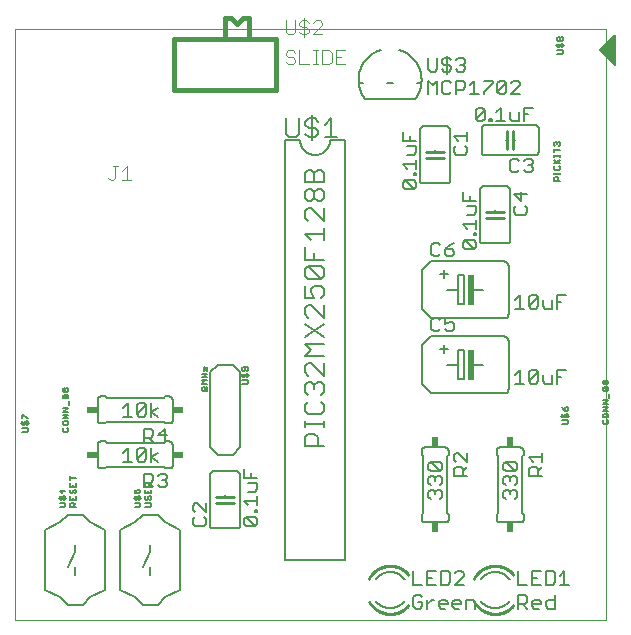
<source format=gto>
G75*
%MOIN*%
%OFA0B0*%
%FSLAX25Y25*%
%IPPOS*%
%LPD*%
%AMOC8*
5,1,8,0,0,1.08239X$1,22.5*
%
%ADD10C,0.00000*%
%ADD11C,0.00600*%
%ADD12C,0.01000*%
%ADD13C,0.00500*%
%ADD14R,0.02000X0.10000*%
%ADD15C,0.00400*%
%ADD16R,0.02400X0.03400*%
%ADD17R,0.03400X0.02400*%
%ADD18C,0.00700*%
%ADD19C,0.01600*%
%ADD20C,0.00800*%
D10*
X0006800Y0006800D02*
X0006800Y0203650D01*
X0203650Y0203650D01*
X0203650Y0006800D01*
X0006800Y0006800D01*
D11*
X0035300Y0057300D02*
X0036800Y0057300D01*
X0037300Y0057800D01*
X0056300Y0057800D01*
X0056800Y0057300D01*
X0058300Y0057300D01*
X0058360Y0057302D01*
X0058421Y0057307D01*
X0058480Y0057316D01*
X0058539Y0057329D01*
X0058598Y0057345D01*
X0058655Y0057365D01*
X0058710Y0057388D01*
X0058765Y0057415D01*
X0058817Y0057444D01*
X0058868Y0057477D01*
X0058917Y0057513D01*
X0058963Y0057551D01*
X0059007Y0057593D01*
X0059049Y0057637D01*
X0059087Y0057683D01*
X0059123Y0057732D01*
X0059156Y0057783D01*
X0059185Y0057835D01*
X0059212Y0057890D01*
X0059235Y0057945D01*
X0059255Y0058002D01*
X0059271Y0058061D01*
X0059284Y0058120D01*
X0059293Y0058179D01*
X0059298Y0058240D01*
X0059300Y0058300D01*
X0059300Y0065300D01*
X0059298Y0065360D01*
X0059293Y0065421D01*
X0059284Y0065480D01*
X0059271Y0065539D01*
X0059255Y0065598D01*
X0059235Y0065655D01*
X0059212Y0065710D01*
X0059185Y0065765D01*
X0059156Y0065817D01*
X0059123Y0065868D01*
X0059087Y0065917D01*
X0059049Y0065963D01*
X0059007Y0066007D01*
X0058963Y0066049D01*
X0058917Y0066087D01*
X0058868Y0066123D01*
X0058817Y0066156D01*
X0058765Y0066185D01*
X0058710Y0066212D01*
X0058655Y0066235D01*
X0058598Y0066255D01*
X0058539Y0066271D01*
X0058480Y0066284D01*
X0058421Y0066293D01*
X0058360Y0066298D01*
X0058300Y0066300D01*
X0056800Y0066300D01*
X0056300Y0065800D01*
X0037300Y0065800D01*
X0036800Y0066300D01*
X0035300Y0066300D01*
X0035240Y0066298D01*
X0035179Y0066293D01*
X0035120Y0066284D01*
X0035061Y0066271D01*
X0035002Y0066255D01*
X0034945Y0066235D01*
X0034890Y0066212D01*
X0034835Y0066185D01*
X0034783Y0066156D01*
X0034732Y0066123D01*
X0034683Y0066087D01*
X0034637Y0066049D01*
X0034593Y0066007D01*
X0034551Y0065963D01*
X0034513Y0065917D01*
X0034477Y0065868D01*
X0034444Y0065817D01*
X0034415Y0065765D01*
X0034388Y0065710D01*
X0034365Y0065655D01*
X0034345Y0065598D01*
X0034329Y0065539D01*
X0034316Y0065480D01*
X0034307Y0065421D01*
X0034302Y0065360D01*
X0034300Y0065300D01*
X0034300Y0058300D01*
X0034302Y0058240D01*
X0034307Y0058179D01*
X0034316Y0058120D01*
X0034329Y0058061D01*
X0034345Y0058002D01*
X0034365Y0057945D01*
X0034388Y0057890D01*
X0034415Y0057835D01*
X0034444Y0057783D01*
X0034477Y0057732D01*
X0034513Y0057683D01*
X0034551Y0057637D01*
X0034593Y0057593D01*
X0034637Y0057551D01*
X0034683Y0057513D01*
X0034732Y0057477D01*
X0034783Y0057444D01*
X0034835Y0057415D01*
X0034890Y0057388D01*
X0034945Y0057365D01*
X0035002Y0057345D01*
X0035061Y0057329D01*
X0035120Y0057316D01*
X0035179Y0057307D01*
X0035240Y0057302D01*
X0035300Y0057300D01*
X0035300Y0072300D02*
X0036800Y0072300D01*
X0037300Y0072800D01*
X0056300Y0072800D01*
X0056800Y0072300D01*
X0058300Y0072300D01*
X0058360Y0072302D01*
X0058421Y0072307D01*
X0058480Y0072316D01*
X0058539Y0072329D01*
X0058598Y0072345D01*
X0058655Y0072365D01*
X0058710Y0072388D01*
X0058765Y0072415D01*
X0058817Y0072444D01*
X0058868Y0072477D01*
X0058917Y0072513D01*
X0058963Y0072551D01*
X0059007Y0072593D01*
X0059049Y0072637D01*
X0059087Y0072683D01*
X0059123Y0072732D01*
X0059156Y0072783D01*
X0059185Y0072835D01*
X0059212Y0072890D01*
X0059235Y0072945D01*
X0059255Y0073002D01*
X0059271Y0073061D01*
X0059284Y0073120D01*
X0059293Y0073179D01*
X0059298Y0073240D01*
X0059300Y0073300D01*
X0059300Y0080300D01*
X0059298Y0080360D01*
X0059293Y0080421D01*
X0059284Y0080480D01*
X0059271Y0080539D01*
X0059255Y0080598D01*
X0059235Y0080655D01*
X0059212Y0080710D01*
X0059185Y0080765D01*
X0059156Y0080817D01*
X0059123Y0080868D01*
X0059087Y0080917D01*
X0059049Y0080963D01*
X0059007Y0081007D01*
X0058963Y0081049D01*
X0058917Y0081087D01*
X0058868Y0081123D01*
X0058817Y0081156D01*
X0058765Y0081185D01*
X0058710Y0081212D01*
X0058655Y0081235D01*
X0058598Y0081255D01*
X0058539Y0081271D01*
X0058480Y0081284D01*
X0058421Y0081293D01*
X0058360Y0081298D01*
X0058300Y0081300D01*
X0056800Y0081300D01*
X0056300Y0080800D01*
X0037300Y0080800D01*
X0036800Y0081300D01*
X0035300Y0081300D01*
X0035240Y0081298D01*
X0035179Y0081293D01*
X0035120Y0081284D01*
X0035061Y0081271D01*
X0035002Y0081255D01*
X0034945Y0081235D01*
X0034890Y0081212D01*
X0034835Y0081185D01*
X0034783Y0081156D01*
X0034732Y0081123D01*
X0034683Y0081087D01*
X0034637Y0081049D01*
X0034593Y0081007D01*
X0034551Y0080963D01*
X0034513Y0080917D01*
X0034477Y0080868D01*
X0034444Y0080817D01*
X0034415Y0080765D01*
X0034388Y0080710D01*
X0034365Y0080655D01*
X0034345Y0080598D01*
X0034329Y0080539D01*
X0034316Y0080480D01*
X0034307Y0080421D01*
X0034302Y0080360D01*
X0034300Y0080300D01*
X0034300Y0073300D01*
X0034302Y0073240D01*
X0034307Y0073179D01*
X0034316Y0073120D01*
X0034329Y0073061D01*
X0034345Y0073002D01*
X0034365Y0072945D01*
X0034388Y0072890D01*
X0034415Y0072835D01*
X0034444Y0072783D01*
X0034477Y0072732D01*
X0034513Y0072683D01*
X0034551Y0072637D01*
X0034593Y0072593D01*
X0034637Y0072551D01*
X0034683Y0072513D01*
X0034732Y0072477D01*
X0034783Y0072444D01*
X0034835Y0072415D01*
X0034890Y0072388D01*
X0034945Y0072365D01*
X0035002Y0072345D01*
X0035061Y0072329D01*
X0035120Y0072316D01*
X0035179Y0072307D01*
X0035240Y0072302D01*
X0035300Y0072300D01*
X0071800Y0055300D02*
X0071800Y0038300D01*
X0071802Y0038240D01*
X0071807Y0038179D01*
X0071816Y0038120D01*
X0071829Y0038061D01*
X0071845Y0038002D01*
X0071865Y0037945D01*
X0071888Y0037890D01*
X0071915Y0037835D01*
X0071944Y0037783D01*
X0071977Y0037732D01*
X0072013Y0037683D01*
X0072051Y0037637D01*
X0072093Y0037593D01*
X0072137Y0037551D01*
X0072183Y0037513D01*
X0072232Y0037477D01*
X0072283Y0037444D01*
X0072335Y0037415D01*
X0072390Y0037388D01*
X0072445Y0037365D01*
X0072502Y0037345D01*
X0072561Y0037329D01*
X0072620Y0037316D01*
X0072679Y0037307D01*
X0072740Y0037302D01*
X0072800Y0037300D01*
X0080800Y0037300D01*
X0080860Y0037302D01*
X0080921Y0037307D01*
X0080980Y0037316D01*
X0081039Y0037329D01*
X0081098Y0037345D01*
X0081155Y0037365D01*
X0081210Y0037388D01*
X0081265Y0037415D01*
X0081317Y0037444D01*
X0081368Y0037477D01*
X0081417Y0037513D01*
X0081463Y0037551D01*
X0081507Y0037593D01*
X0081549Y0037637D01*
X0081587Y0037683D01*
X0081623Y0037732D01*
X0081656Y0037783D01*
X0081685Y0037835D01*
X0081712Y0037890D01*
X0081735Y0037945D01*
X0081755Y0038002D01*
X0081771Y0038061D01*
X0081784Y0038120D01*
X0081793Y0038179D01*
X0081798Y0038240D01*
X0081800Y0038300D01*
X0081800Y0055300D01*
X0081798Y0055360D01*
X0081793Y0055421D01*
X0081784Y0055480D01*
X0081771Y0055539D01*
X0081755Y0055598D01*
X0081735Y0055655D01*
X0081712Y0055710D01*
X0081685Y0055765D01*
X0081656Y0055817D01*
X0081623Y0055868D01*
X0081587Y0055917D01*
X0081549Y0055963D01*
X0081507Y0056007D01*
X0081463Y0056049D01*
X0081417Y0056087D01*
X0081368Y0056123D01*
X0081317Y0056156D01*
X0081265Y0056185D01*
X0081210Y0056212D01*
X0081155Y0056235D01*
X0081098Y0056255D01*
X0081039Y0056271D01*
X0080980Y0056284D01*
X0080921Y0056293D01*
X0080860Y0056298D01*
X0080800Y0056300D01*
X0072800Y0056300D01*
X0072740Y0056298D01*
X0072679Y0056293D01*
X0072620Y0056284D01*
X0072561Y0056271D01*
X0072502Y0056255D01*
X0072445Y0056235D01*
X0072390Y0056212D01*
X0072335Y0056185D01*
X0072283Y0056156D01*
X0072232Y0056123D01*
X0072183Y0056087D01*
X0072137Y0056049D01*
X0072093Y0056007D01*
X0072051Y0055963D01*
X0072013Y0055917D01*
X0071977Y0055868D01*
X0071944Y0055817D01*
X0071915Y0055765D01*
X0071888Y0055710D01*
X0071865Y0055655D01*
X0071845Y0055598D01*
X0071829Y0055539D01*
X0071816Y0055480D01*
X0071807Y0055421D01*
X0071802Y0055360D01*
X0071800Y0055300D01*
X0076800Y0048300D02*
X0076800Y0047800D01*
X0076800Y0045800D02*
X0076800Y0045300D01*
X0096800Y0026800D02*
X0096800Y0166300D01*
X0096800Y0166800D02*
X0101800Y0166800D01*
X0101802Y0166660D01*
X0101808Y0166520D01*
X0101818Y0166380D01*
X0101831Y0166240D01*
X0101849Y0166101D01*
X0101871Y0165962D01*
X0101896Y0165825D01*
X0101925Y0165687D01*
X0101958Y0165551D01*
X0101995Y0165416D01*
X0102036Y0165282D01*
X0102081Y0165149D01*
X0102129Y0165017D01*
X0102181Y0164887D01*
X0102236Y0164758D01*
X0102295Y0164631D01*
X0102358Y0164505D01*
X0102424Y0164381D01*
X0102493Y0164260D01*
X0102566Y0164140D01*
X0102643Y0164022D01*
X0102722Y0163907D01*
X0102805Y0163793D01*
X0102891Y0163683D01*
X0102980Y0163574D01*
X0103072Y0163468D01*
X0103167Y0163365D01*
X0103264Y0163264D01*
X0103365Y0163167D01*
X0103468Y0163072D01*
X0103574Y0162980D01*
X0103683Y0162891D01*
X0103793Y0162805D01*
X0103907Y0162722D01*
X0104022Y0162643D01*
X0104140Y0162566D01*
X0104260Y0162493D01*
X0104381Y0162424D01*
X0104505Y0162358D01*
X0104631Y0162295D01*
X0104758Y0162236D01*
X0104887Y0162181D01*
X0105017Y0162129D01*
X0105149Y0162081D01*
X0105282Y0162036D01*
X0105416Y0161995D01*
X0105551Y0161958D01*
X0105687Y0161925D01*
X0105825Y0161896D01*
X0105962Y0161871D01*
X0106101Y0161849D01*
X0106240Y0161831D01*
X0106380Y0161818D01*
X0106520Y0161808D01*
X0106660Y0161802D01*
X0106800Y0161800D01*
X0106940Y0161802D01*
X0107080Y0161808D01*
X0107220Y0161818D01*
X0107360Y0161831D01*
X0107499Y0161849D01*
X0107638Y0161871D01*
X0107775Y0161896D01*
X0107913Y0161925D01*
X0108049Y0161958D01*
X0108184Y0161995D01*
X0108318Y0162036D01*
X0108451Y0162081D01*
X0108583Y0162129D01*
X0108713Y0162181D01*
X0108842Y0162236D01*
X0108969Y0162295D01*
X0109095Y0162358D01*
X0109219Y0162424D01*
X0109340Y0162493D01*
X0109460Y0162566D01*
X0109578Y0162643D01*
X0109693Y0162722D01*
X0109807Y0162805D01*
X0109917Y0162891D01*
X0110026Y0162980D01*
X0110132Y0163072D01*
X0110235Y0163167D01*
X0110336Y0163264D01*
X0110433Y0163365D01*
X0110528Y0163468D01*
X0110620Y0163574D01*
X0110709Y0163683D01*
X0110795Y0163793D01*
X0110878Y0163907D01*
X0110957Y0164022D01*
X0111034Y0164140D01*
X0111107Y0164260D01*
X0111176Y0164381D01*
X0111242Y0164505D01*
X0111305Y0164631D01*
X0111364Y0164758D01*
X0111419Y0164887D01*
X0111471Y0165017D01*
X0111519Y0165149D01*
X0111564Y0165282D01*
X0111605Y0165416D01*
X0111642Y0165551D01*
X0111675Y0165687D01*
X0111704Y0165825D01*
X0111729Y0165962D01*
X0111751Y0166101D01*
X0111769Y0166240D01*
X0111782Y0166380D01*
X0111792Y0166520D01*
X0111798Y0166660D01*
X0111800Y0166800D01*
X0116800Y0166800D01*
X0116800Y0026800D01*
X0096800Y0026800D01*
X0131800Y0022800D02*
X0131954Y0022798D01*
X0132108Y0022792D01*
X0132262Y0022782D01*
X0132416Y0022768D01*
X0132569Y0022751D01*
X0132721Y0022729D01*
X0132873Y0022703D01*
X0133025Y0022674D01*
X0133175Y0022640D01*
X0133325Y0022603D01*
X0133473Y0022562D01*
X0133621Y0022517D01*
X0133767Y0022468D01*
X0133912Y0022416D01*
X0134055Y0022360D01*
X0134198Y0022300D01*
X0134338Y0022237D01*
X0134477Y0022170D01*
X0134614Y0022099D01*
X0134749Y0022025D01*
X0134882Y0021948D01*
X0135014Y0021867D01*
X0135143Y0021783D01*
X0135270Y0021695D01*
X0135394Y0021604D01*
X0135516Y0021511D01*
X0135636Y0021413D01*
X0135753Y0021313D01*
X0135868Y0021210D01*
X0135980Y0021104D01*
X0136089Y0020996D01*
X0136195Y0020884D01*
X0136299Y0020770D01*
X0136399Y0020653D01*
X0136497Y0020534D01*
X0136591Y0020412D01*
X0136682Y0020287D01*
X0131800Y0010800D02*
X0131648Y0010802D01*
X0131497Y0010808D01*
X0131346Y0010817D01*
X0131194Y0010831D01*
X0131044Y0010848D01*
X0130894Y0010869D01*
X0130744Y0010894D01*
X0130595Y0010922D01*
X0130447Y0010955D01*
X0130300Y0010991D01*
X0130153Y0011030D01*
X0130008Y0011074D01*
X0129864Y0011121D01*
X0129721Y0011172D01*
X0129580Y0011226D01*
X0129439Y0011284D01*
X0129301Y0011345D01*
X0129164Y0011410D01*
X0129028Y0011479D01*
X0128895Y0011550D01*
X0128763Y0011625D01*
X0128633Y0011704D01*
X0128506Y0011785D01*
X0128380Y0011870D01*
X0128256Y0011958D01*
X0128135Y0012049D01*
X0128016Y0012143D01*
X0127900Y0012241D01*
X0127786Y0012341D01*
X0127674Y0012443D01*
X0127566Y0012549D01*
X0127460Y0012657D01*
X0127356Y0012768D01*
X0127256Y0012882D01*
X0127158Y0012998D01*
X0127064Y0013117D01*
X0131800Y0010800D02*
X0131952Y0010802D01*
X0132103Y0010808D01*
X0132254Y0010817D01*
X0132406Y0010831D01*
X0132556Y0010848D01*
X0132706Y0010869D01*
X0132856Y0010894D01*
X0133005Y0010922D01*
X0133153Y0010955D01*
X0133300Y0010991D01*
X0133447Y0011030D01*
X0133592Y0011074D01*
X0133736Y0011121D01*
X0133879Y0011172D01*
X0134020Y0011226D01*
X0134161Y0011284D01*
X0134299Y0011345D01*
X0134436Y0011410D01*
X0134572Y0011479D01*
X0134705Y0011550D01*
X0134837Y0011625D01*
X0134967Y0011704D01*
X0135094Y0011785D01*
X0135220Y0011870D01*
X0135344Y0011958D01*
X0135465Y0012049D01*
X0135584Y0012143D01*
X0135700Y0012241D01*
X0135814Y0012341D01*
X0135926Y0012443D01*
X0136034Y0012549D01*
X0136140Y0012657D01*
X0136244Y0012768D01*
X0136344Y0012882D01*
X0136442Y0012998D01*
X0136536Y0013117D01*
X0131800Y0022800D02*
X0131650Y0022798D01*
X0131499Y0022792D01*
X0131349Y0022783D01*
X0131200Y0022770D01*
X0131050Y0022753D01*
X0130901Y0022732D01*
X0130753Y0022708D01*
X0130605Y0022680D01*
X0130458Y0022648D01*
X0130312Y0022613D01*
X0130167Y0022573D01*
X0130023Y0022531D01*
X0129880Y0022484D01*
X0129738Y0022434D01*
X0129597Y0022381D01*
X0129458Y0022324D01*
X0129320Y0022264D01*
X0129184Y0022200D01*
X0129050Y0022133D01*
X0128917Y0022062D01*
X0128786Y0021988D01*
X0128657Y0021911D01*
X0128530Y0021830D01*
X0128405Y0021747D01*
X0128282Y0021660D01*
X0128161Y0021571D01*
X0128043Y0021478D01*
X0127927Y0021382D01*
X0127813Y0021284D01*
X0127702Y0021183D01*
X0127593Y0021078D01*
X0127488Y0020972D01*
X0127384Y0020862D01*
X0127284Y0020750D01*
X0127186Y0020636D01*
X0127092Y0020519D01*
X0127000Y0020400D01*
X0143300Y0039300D02*
X0150300Y0039300D01*
X0150360Y0039302D01*
X0150421Y0039307D01*
X0150480Y0039316D01*
X0150539Y0039329D01*
X0150598Y0039345D01*
X0150655Y0039365D01*
X0150710Y0039388D01*
X0150765Y0039415D01*
X0150817Y0039444D01*
X0150868Y0039477D01*
X0150917Y0039513D01*
X0150963Y0039551D01*
X0151007Y0039593D01*
X0151049Y0039637D01*
X0151087Y0039683D01*
X0151123Y0039732D01*
X0151156Y0039783D01*
X0151185Y0039835D01*
X0151212Y0039890D01*
X0151235Y0039945D01*
X0151255Y0040002D01*
X0151271Y0040061D01*
X0151284Y0040120D01*
X0151293Y0040179D01*
X0151298Y0040240D01*
X0151300Y0040300D01*
X0151300Y0041800D01*
X0150800Y0042300D01*
X0150800Y0061300D01*
X0151300Y0061800D01*
X0151300Y0063300D01*
X0151298Y0063360D01*
X0151293Y0063421D01*
X0151284Y0063480D01*
X0151271Y0063539D01*
X0151255Y0063598D01*
X0151235Y0063655D01*
X0151212Y0063710D01*
X0151185Y0063765D01*
X0151156Y0063817D01*
X0151123Y0063868D01*
X0151087Y0063917D01*
X0151049Y0063963D01*
X0151007Y0064007D01*
X0150963Y0064049D01*
X0150917Y0064087D01*
X0150868Y0064123D01*
X0150817Y0064156D01*
X0150765Y0064185D01*
X0150710Y0064212D01*
X0150655Y0064235D01*
X0150598Y0064255D01*
X0150539Y0064271D01*
X0150480Y0064284D01*
X0150421Y0064293D01*
X0150360Y0064298D01*
X0150300Y0064300D01*
X0143300Y0064300D01*
X0143240Y0064298D01*
X0143179Y0064293D01*
X0143120Y0064284D01*
X0143061Y0064271D01*
X0143002Y0064255D01*
X0142945Y0064235D01*
X0142890Y0064212D01*
X0142835Y0064185D01*
X0142783Y0064156D01*
X0142732Y0064123D01*
X0142683Y0064087D01*
X0142637Y0064049D01*
X0142593Y0064007D01*
X0142551Y0063963D01*
X0142513Y0063917D01*
X0142477Y0063868D01*
X0142444Y0063817D01*
X0142415Y0063765D01*
X0142388Y0063710D01*
X0142365Y0063655D01*
X0142345Y0063598D01*
X0142329Y0063539D01*
X0142316Y0063480D01*
X0142307Y0063421D01*
X0142302Y0063360D01*
X0142300Y0063300D01*
X0142300Y0061800D01*
X0142800Y0061300D01*
X0142800Y0042300D01*
X0142300Y0041800D01*
X0142300Y0040300D01*
X0142302Y0040240D01*
X0142307Y0040179D01*
X0142316Y0040120D01*
X0142329Y0040061D01*
X0142345Y0040002D01*
X0142365Y0039945D01*
X0142388Y0039890D01*
X0142415Y0039835D01*
X0142444Y0039783D01*
X0142477Y0039732D01*
X0142513Y0039683D01*
X0142551Y0039637D01*
X0142593Y0039593D01*
X0142637Y0039551D01*
X0142683Y0039513D01*
X0142732Y0039477D01*
X0142783Y0039444D01*
X0142835Y0039415D01*
X0142890Y0039388D01*
X0142945Y0039365D01*
X0143002Y0039345D01*
X0143061Y0039329D01*
X0143120Y0039316D01*
X0143179Y0039307D01*
X0143240Y0039302D01*
X0143300Y0039300D01*
X0167300Y0040300D02*
X0167300Y0041800D01*
X0167800Y0042300D01*
X0167800Y0061300D01*
X0167300Y0061800D01*
X0167300Y0063300D01*
X0167302Y0063360D01*
X0167307Y0063421D01*
X0167316Y0063480D01*
X0167329Y0063539D01*
X0167345Y0063598D01*
X0167365Y0063655D01*
X0167388Y0063710D01*
X0167415Y0063765D01*
X0167444Y0063817D01*
X0167477Y0063868D01*
X0167513Y0063917D01*
X0167551Y0063963D01*
X0167593Y0064007D01*
X0167637Y0064049D01*
X0167683Y0064087D01*
X0167732Y0064123D01*
X0167783Y0064156D01*
X0167835Y0064185D01*
X0167890Y0064212D01*
X0167945Y0064235D01*
X0168002Y0064255D01*
X0168061Y0064271D01*
X0168120Y0064284D01*
X0168179Y0064293D01*
X0168240Y0064298D01*
X0168300Y0064300D01*
X0175300Y0064300D01*
X0175360Y0064298D01*
X0175421Y0064293D01*
X0175480Y0064284D01*
X0175539Y0064271D01*
X0175598Y0064255D01*
X0175655Y0064235D01*
X0175710Y0064212D01*
X0175765Y0064185D01*
X0175817Y0064156D01*
X0175868Y0064123D01*
X0175917Y0064087D01*
X0175963Y0064049D01*
X0176007Y0064007D01*
X0176049Y0063963D01*
X0176087Y0063917D01*
X0176123Y0063868D01*
X0176156Y0063817D01*
X0176185Y0063765D01*
X0176212Y0063710D01*
X0176235Y0063655D01*
X0176255Y0063598D01*
X0176271Y0063539D01*
X0176284Y0063480D01*
X0176293Y0063421D01*
X0176298Y0063360D01*
X0176300Y0063300D01*
X0176300Y0061800D01*
X0175800Y0061300D01*
X0175800Y0042300D01*
X0176300Y0041800D01*
X0176300Y0040300D01*
X0176298Y0040240D01*
X0176293Y0040179D01*
X0176284Y0040120D01*
X0176271Y0040061D01*
X0176255Y0040002D01*
X0176235Y0039945D01*
X0176212Y0039890D01*
X0176185Y0039835D01*
X0176156Y0039783D01*
X0176123Y0039732D01*
X0176087Y0039683D01*
X0176049Y0039637D01*
X0176007Y0039593D01*
X0175963Y0039551D01*
X0175917Y0039513D01*
X0175868Y0039477D01*
X0175817Y0039444D01*
X0175765Y0039415D01*
X0175710Y0039388D01*
X0175655Y0039365D01*
X0175598Y0039345D01*
X0175539Y0039329D01*
X0175480Y0039316D01*
X0175421Y0039307D01*
X0175360Y0039302D01*
X0175300Y0039300D01*
X0168300Y0039300D01*
X0168240Y0039302D01*
X0168179Y0039307D01*
X0168120Y0039316D01*
X0168061Y0039329D01*
X0168002Y0039345D01*
X0167945Y0039365D01*
X0167890Y0039388D01*
X0167835Y0039415D01*
X0167783Y0039444D01*
X0167732Y0039477D01*
X0167683Y0039513D01*
X0167637Y0039551D01*
X0167593Y0039593D01*
X0167551Y0039637D01*
X0167513Y0039683D01*
X0167477Y0039732D01*
X0167444Y0039783D01*
X0167415Y0039835D01*
X0167388Y0039890D01*
X0167365Y0039945D01*
X0167345Y0040002D01*
X0167329Y0040061D01*
X0167316Y0040120D01*
X0167307Y0040179D01*
X0167302Y0040240D01*
X0167300Y0040300D01*
X0162064Y0013117D02*
X0162158Y0012998D01*
X0162256Y0012882D01*
X0162356Y0012768D01*
X0162460Y0012657D01*
X0162566Y0012549D01*
X0162674Y0012443D01*
X0162786Y0012341D01*
X0162900Y0012241D01*
X0163016Y0012143D01*
X0163135Y0012049D01*
X0163256Y0011958D01*
X0163380Y0011870D01*
X0163506Y0011785D01*
X0163633Y0011704D01*
X0163763Y0011625D01*
X0163895Y0011550D01*
X0164028Y0011479D01*
X0164164Y0011410D01*
X0164301Y0011345D01*
X0164439Y0011284D01*
X0164580Y0011226D01*
X0164721Y0011172D01*
X0164864Y0011121D01*
X0165008Y0011074D01*
X0165153Y0011030D01*
X0165300Y0010991D01*
X0165447Y0010955D01*
X0165595Y0010922D01*
X0165744Y0010894D01*
X0165894Y0010869D01*
X0166044Y0010848D01*
X0166194Y0010831D01*
X0166346Y0010817D01*
X0166497Y0010808D01*
X0166648Y0010802D01*
X0166800Y0010800D01*
X0162000Y0020400D02*
X0162092Y0020519D01*
X0162186Y0020636D01*
X0162284Y0020750D01*
X0162384Y0020862D01*
X0162488Y0020972D01*
X0162593Y0021078D01*
X0162702Y0021183D01*
X0162813Y0021284D01*
X0162927Y0021382D01*
X0163043Y0021478D01*
X0163161Y0021571D01*
X0163282Y0021660D01*
X0163405Y0021747D01*
X0163530Y0021830D01*
X0163657Y0021911D01*
X0163786Y0021988D01*
X0163917Y0022062D01*
X0164050Y0022133D01*
X0164184Y0022200D01*
X0164320Y0022264D01*
X0164458Y0022324D01*
X0164597Y0022381D01*
X0164738Y0022434D01*
X0164880Y0022484D01*
X0165023Y0022531D01*
X0165167Y0022573D01*
X0165312Y0022613D01*
X0165458Y0022648D01*
X0165605Y0022680D01*
X0165753Y0022708D01*
X0165901Y0022732D01*
X0166050Y0022753D01*
X0166200Y0022770D01*
X0166349Y0022783D01*
X0166499Y0022792D01*
X0166650Y0022798D01*
X0166800Y0022800D01*
X0171536Y0013117D02*
X0171442Y0012998D01*
X0171344Y0012882D01*
X0171244Y0012768D01*
X0171140Y0012657D01*
X0171034Y0012549D01*
X0170926Y0012443D01*
X0170814Y0012341D01*
X0170700Y0012241D01*
X0170584Y0012143D01*
X0170465Y0012049D01*
X0170344Y0011958D01*
X0170220Y0011870D01*
X0170094Y0011785D01*
X0169967Y0011704D01*
X0169837Y0011625D01*
X0169705Y0011550D01*
X0169572Y0011479D01*
X0169436Y0011410D01*
X0169299Y0011345D01*
X0169161Y0011284D01*
X0169020Y0011226D01*
X0168879Y0011172D01*
X0168736Y0011121D01*
X0168592Y0011074D01*
X0168447Y0011030D01*
X0168300Y0010991D01*
X0168153Y0010955D01*
X0168005Y0010922D01*
X0167856Y0010894D01*
X0167706Y0010869D01*
X0167556Y0010848D01*
X0167406Y0010831D01*
X0167254Y0010817D01*
X0167103Y0010808D01*
X0166952Y0010802D01*
X0166800Y0010800D01*
X0171682Y0020287D02*
X0171591Y0020412D01*
X0171497Y0020534D01*
X0171399Y0020653D01*
X0171299Y0020770D01*
X0171195Y0020884D01*
X0171089Y0020996D01*
X0170980Y0021104D01*
X0170868Y0021210D01*
X0170753Y0021313D01*
X0170636Y0021413D01*
X0170516Y0021511D01*
X0170394Y0021604D01*
X0170270Y0021695D01*
X0170143Y0021783D01*
X0170014Y0021867D01*
X0169882Y0021948D01*
X0169749Y0022025D01*
X0169614Y0022099D01*
X0169477Y0022170D01*
X0169338Y0022237D01*
X0169198Y0022300D01*
X0169055Y0022360D01*
X0168912Y0022416D01*
X0168767Y0022468D01*
X0168621Y0022517D01*
X0168473Y0022562D01*
X0168325Y0022603D01*
X0168175Y0022640D01*
X0168025Y0022674D01*
X0167873Y0022703D01*
X0167721Y0022729D01*
X0167569Y0022751D01*
X0167416Y0022768D01*
X0167262Y0022782D01*
X0167108Y0022792D01*
X0166954Y0022798D01*
X0166800Y0022800D01*
X0169800Y0082300D02*
X0145300Y0082300D01*
X0142300Y0085300D01*
X0142300Y0098300D01*
X0145300Y0101300D01*
X0169800Y0101300D01*
X0169876Y0101298D01*
X0169952Y0101292D01*
X0170027Y0101283D01*
X0170102Y0101269D01*
X0170176Y0101252D01*
X0170249Y0101231D01*
X0170321Y0101207D01*
X0170392Y0101178D01*
X0170461Y0101147D01*
X0170528Y0101112D01*
X0170593Y0101073D01*
X0170657Y0101031D01*
X0170718Y0100986D01*
X0170777Y0100938D01*
X0170833Y0100887D01*
X0170887Y0100833D01*
X0170938Y0100777D01*
X0170986Y0100718D01*
X0171031Y0100657D01*
X0171073Y0100593D01*
X0171112Y0100528D01*
X0171147Y0100461D01*
X0171178Y0100392D01*
X0171207Y0100321D01*
X0171231Y0100249D01*
X0171252Y0100176D01*
X0171269Y0100102D01*
X0171283Y0100027D01*
X0171292Y0099952D01*
X0171298Y0099876D01*
X0171300Y0099800D01*
X0171300Y0083800D01*
X0171298Y0083724D01*
X0171292Y0083648D01*
X0171283Y0083573D01*
X0171269Y0083498D01*
X0171252Y0083424D01*
X0171231Y0083351D01*
X0171207Y0083279D01*
X0171178Y0083208D01*
X0171147Y0083139D01*
X0171112Y0083072D01*
X0171073Y0083007D01*
X0171031Y0082943D01*
X0170986Y0082882D01*
X0170938Y0082823D01*
X0170887Y0082767D01*
X0170833Y0082713D01*
X0170777Y0082662D01*
X0170718Y0082614D01*
X0170657Y0082569D01*
X0170593Y0082527D01*
X0170528Y0082488D01*
X0170461Y0082453D01*
X0170392Y0082422D01*
X0170321Y0082393D01*
X0170249Y0082369D01*
X0170176Y0082348D01*
X0170102Y0082331D01*
X0170027Y0082317D01*
X0169952Y0082308D01*
X0169876Y0082302D01*
X0169800Y0082300D01*
X0162800Y0091800D02*
X0159300Y0091800D01*
X0154300Y0091800D02*
X0154300Y0087000D01*
X0156300Y0087000D01*
X0156300Y0096600D01*
X0154300Y0096600D01*
X0154300Y0091800D01*
X0150800Y0091800D01*
X0149800Y0095900D02*
X0149800Y0098400D01*
X0151100Y0097200D02*
X0148500Y0097200D01*
X0145300Y0107300D02*
X0142300Y0110300D01*
X0142300Y0123300D01*
X0145300Y0126300D01*
X0169800Y0126300D01*
X0169876Y0126298D01*
X0169952Y0126292D01*
X0170027Y0126283D01*
X0170102Y0126269D01*
X0170176Y0126252D01*
X0170249Y0126231D01*
X0170321Y0126207D01*
X0170392Y0126178D01*
X0170461Y0126147D01*
X0170528Y0126112D01*
X0170593Y0126073D01*
X0170657Y0126031D01*
X0170718Y0125986D01*
X0170777Y0125938D01*
X0170833Y0125887D01*
X0170887Y0125833D01*
X0170938Y0125777D01*
X0170986Y0125718D01*
X0171031Y0125657D01*
X0171073Y0125593D01*
X0171112Y0125528D01*
X0171147Y0125461D01*
X0171178Y0125392D01*
X0171207Y0125321D01*
X0171231Y0125249D01*
X0171252Y0125176D01*
X0171269Y0125102D01*
X0171283Y0125027D01*
X0171292Y0124952D01*
X0171298Y0124876D01*
X0171300Y0124800D01*
X0171300Y0108800D01*
X0171298Y0108724D01*
X0171292Y0108648D01*
X0171283Y0108573D01*
X0171269Y0108498D01*
X0171252Y0108424D01*
X0171231Y0108351D01*
X0171207Y0108279D01*
X0171178Y0108208D01*
X0171147Y0108139D01*
X0171112Y0108072D01*
X0171073Y0108007D01*
X0171031Y0107943D01*
X0170986Y0107882D01*
X0170938Y0107823D01*
X0170887Y0107767D01*
X0170833Y0107713D01*
X0170777Y0107662D01*
X0170718Y0107614D01*
X0170657Y0107569D01*
X0170593Y0107527D01*
X0170528Y0107488D01*
X0170461Y0107453D01*
X0170392Y0107422D01*
X0170321Y0107393D01*
X0170249Y0107369D01*
X0170176Y0107348D01*
X0170102Y0107331D01*
X0170027Y0107317D01*
X0169952Y0107308D01*
X0169876Y0107302D01*
X0169800Y0107300D01*
X0145300Y0107300D01*
X0154300Y0112000D02*
X0154300Y0116800D01*
X0154300Y0121600D01*
X0156300Y0121600D01*
X0156300Y0112000D01*
X0154300Y0112000D01*
X0154300Y0116800D02*
X0150800Y0116800D01*
X0149800Y0120900D02*
X0149800Y0123400D01*
X0151100Y0122200D02*
X0148500Y0122200D01*
X0159300Y0116800D02*
X0162800Y0116800D01*
X0162800Y0132300D02*
X0170800Y0132300D01*
X0170860Y0132302D01*
X0170921Y0132307D01*
X0170980Y0132316D01*
X0171039Y0132329D01*
X0171098Y0132345D01*
X0171155Y0132365D01*
X0171210Y0132388D01*
X0171265Y0132415D01*
X0171317Y0132444D01*
X0171368Y0132477D01*
X0171417Y0132513D01*
X0171463Y0132551D01*
X0171507Y0132593D01*
X0171549Y0132637D01*
X0171587Y0132683D01*
X0171623Y0132732D01*
X0171656Y0132783D01*
X0171685Y0132835D01*
X0171712Y0132890D01*
X0171735Y0132945D01*
X0171755Y0133002D01*
X0171771Y0133061D01*
X0171784Y0133120D01*
X0171793Y0133179D01*
X0171798Y0133240D01*
X0171800Y0133300D01*
X0171800Y0150300D01*
X0171798Y0150360D01*
X0171793Y0150421D01*
X0171784Y0150480D01*
X0171771Y0150539D01*
X0171755Y0150598D01*
X0171735Y0150655D01*
X0171712Y0150710D01*
X0171685Y0150765D01*
X0171656Y0150817D01*
X0171623Y0150868D01*
X0171587Y0150917D01*
X0171549Y0150963D01*
X0171507Y0151007D01*
X0171463Y0151049D01*
X0171417Y0151087D01*
X0171368Y0151123D01*
X0171317Y0151156D01*
X0171265Y0151185D01*
X0171210Y0151212D01*
X0171155Y0151235D01*
X0171098Y0151255D01*
X0171039Y0151271D01*
X0170980Y0151284D01*
X0170921Y0151293D01*
X0170860Y0151298D01*
X0170800Y0151300D01*
X0162800Y0151300D01*
X0162740Y0151298D01*
X0162679Y0151293D01*
X0162620Y0151284D01*
X0162561Y0151271D01*
X0162502Y0151255D01*
X0162445Y0151235D01*
X0162390Y0151212D01*
X0162335Y0151185D01*
X0162283Y0151156D01*
X0162232Y0151123D01*
X0162183Y0151087D01*
X0162137Y0151049D01*
X0162093Y0151007D01*
X0162051Y0150963D01*
X0162013Y0150917D01*
X0161977Y0150868D01*
X0161944Y0150817D01*
X0161915Y0150765D01*
X0161888Y0150710D01*
X0161865Y0150655D01*
X0161845Y0150598D01*
X0161829Y0150539D01*
X0161816Y0150480D01*
X0161807Y0150421D01*
X0161802Y0150360D01*
X0161800Y0150300D01*
X0161800Y0133300D01*
X0161802Y0133240D01*
X0161807Y0133179D01*
X0161816Y0133120D01*
X0161829Y0133061D01*
X0161845Y0133002D01*
X0161865Y0132945D01*
X0161888Y0132890D01*
X0161915Y0132835D01*
X0161944Y0132783D01*
X0161977Y0132732D01*
X0162013Y0132683D01*
X0162051Y0132637D01*
X0162093Y0132593D01*
X0162137Y0132551D01*
X0162183Y0132513D01*
X0162232Y0132477D01*
X0162283Y0132444D01*
X0162335Y0132415D01*
X0162390Y0132388D01*
X0162445Y0132365D01*
X0162502Y0132345D01*
X0162561Y0132329D01*
X0162620Y0132316D01*
X0162679Y0132307D01*
X0162740Y0132302D01*
X0162800Y0132300D01*
X0166800Y0140300D02*
X0166800Y0140800D01*
X0166800Y0142800D02*
X0166800Y0143300D01*
X0151800Y0153300D02*
X0151800Y0170300D01*
X0151798Y0170360D01*
X0151793Y0170421D01*
X0151784Y0170480D01*
X0151771Y0170539D01*
X0151755Y0170598D01*
X0151735Y0170655D01*
X0151712Y0170710D01*
X0151685Y0170765D01*
X0151656Y0170817D01*
X0151623Y0170868D01*
X0151587Y0170917D01*
X0151549Y0170963D01*
X0151507Y0171007D01*
X0151463Y0171049D01*
X0151417Y0171087D01*
X0151368Y0171123D01*
X0151317Y0171156D01*
X0151265Y0171185D01*
X0151210Y0171212D01*
X0151155Y0171235D01*
X0151098Y0171255D01*
X0151039Y0171271D01*
X0150980Y0171284D01*
X0150921Y0171293D01*
X0150860Y0171298D01*
X0150800Y0171300D01*
X0142800Y0171300D01*
X0142740Y0171298D01*
X0142679Y0171293D01*
X0142620Y0171284D01*
X0142561Y0171271D01*
X0142502Y0171255D01*
X0142445Y0171235D01*
X0142390Y0171212D01*
X0142335Y0171185D01*
X0142283Y0171156D01*
X0142232Y0171123D01*
X0142183Y0171087D01*
X0142137Y0171049D01*
X0142093Y0171007D01*
X0142051Y0170963D01*
X0142013Y0170917D01*
X0141977Y0170868D01*
X0141944Y0170817D01*
X0141915Y0170765D01*
X0141888Y0170710D01*
X0141865Y0170655D01*
X0141845Y0170598D01*
X0141829Y0170539D01*
X0141816Y0170480D01*
X0141807Y0170421D01*
X0141802Y0170360D01*
X0141800Y0170300D01*
X0141800Y0153300D01*
X0141802Y0153240D01*
X0141807Y0153179D01*
X0141816Y0153120D01*
X0141829Y0153061D01*
X0141845Y0153002D01*
X0141865Y0152945D01*
X0141888Y0152890D01*
X0141915Y0152835D01*
X0141944Y0152783D01*
X0141977Y0152732D01*
X0142013Y0152683D01*
X0142051Y0152637D01*
X0142093Y0152593D01*
X0142137Y0152551D01*
X0142183Y0152513D01*
X0142232Y0152477D01*
X0142283Y0152444D01*
X0142335Y0152415D01*
X0142390Y0152388D01*
X0142445Y0152365D01*
X0142502Y0152345D01*
X0142561Y0152329D01*
X0142620Y0152316D01*
X0142679Y0152307D01*
X0142740Y0152302D01*
X0142800Y0152300D01*
X0150800Y0152300D01*
X0150860Y0152302D01*
X0150921Y0152307D01*
X0150980Y0152316D01*
X0151039Y0152329D01*
X0151098Y0152345D01*
X0151155Y0152365D01*
X0151210Y0152388D01*
X0151265Y0152415D01*
X0151317Y0152444D01*
X0151368Y0152477D01*
X0151417Y0152513D01*
X0151463Y0152551D01*
X0151507Y0152593D01*
X0151549Y0152637D01*
X0151587Y0152683D01*
X0151623Y0152732D01*
X0151656Y0152783D01*
X0151685Y0152835D01*
X0151712Y0152890D01*
X0151735Y0152945D01*
X0151755Y0153002D01*
X0151771Y0153061D01*
X0151784Y0153120D01*
X0151793Y0153179D01*
X0151798Y0153240D01*
X0151800Y0153300D01*
X0146800Y0160300D02*
X0146800Y0160800D01*
X0146800Y0162800D02*
X0146800Y0163300D01*
X0162300Y0162800D02*
X0162300Y0170800D01*
X0162302Y0170860D01*
X0162307Y0170921D01*
X0162316Y0170980D01*
X0162329Y0171039D01*
X0162345Y0171098D01*
X0162365Y0171155D01*
X0162388Y0171210D01*
X0162415Y0171265D01*
X0162444Y0171317D01*
X0162477Y0171368D01*
X0162513Y0171417D01*
X0162551Y0171463D01*
X0162593Y0171507D01*
X0162637Y0171549D01*
X0162683Y0171587D01*
X0162732Y0171623D01*
X0162783Y0171656D01*
X0162835Y0171685D01*
X0162890Y0171712D01*
X0162945Y0171735D01*
X0163002Y0171755D01*
X0163061Y0171771D01*
X0163120Y0171784D01*
X0163179Y0171793D01*
X0163240Y0171798D01*
X0163300Y0171800D01*
X0180300Y0171800D01*
X0180360Y0171798D01*
X0180421Y0171793D01*
X0180480Y0171784D01*
X0180539Y0171771D01*
X0180598Y0171755D01*
X0180655Y0171735D01*
X0180710Y0171712D01*
X0180765Y0171685D01*
X0180817Y0171656D01*
X0180868Y0171623D01*
X0180917Y0171587D01*
X0180963Y0171549D01*
X0181007Y0171507D01*
X0181049Y0171463D01*
X0181087Y0171417D01*
X0181123Y0171368D01*
X0181156Y0171317D01*
X0181185Y0171265D01*
X0181212Y0171210D01*
X0181235Y0171155D01*
X0181255Y0171098D01*
X0181271Y0171039D01*
X0181284Y0170980D01*
X0181293Y0170921D01*
X0181298Y0170860D01*
X0181300Y0170800D01*
X0181300Y0162800D01*
X0181298Y0162740D01*
X0181293Y0162679D01*
X0181284Y0162620D01*
X0181271Y0162561D01*
X0181255Y0162502D01*
X0181235Y0162445D01*
X0181212Y0162390D01*
X0181185Y0162335D01*
X0181156Y0162283D01*
X0181123Y0162232D01*
X0181087Y0162183D01*
X0181049Y0162137D01*
X0181007Y0162093D01*
X0180963Y0162051D01*
X0180917Y0162013D01*
X0180868Y0161977D01*
X0180817Y0161944D01*
X0180765Y0161915D01*
X0180710Y0161888D01*
X0180655Y0161865D01*
X0180598Y0161845D01*
X0180539Y0161829D01*
X0180480Y0161816D01*
X0180421Y0161807D01*
X0180360Y0161802D01*
X0180300Y0161800D01*
X0163300Y0161800D01*
X0163240Y0161802D01*
X0163179Y0161807D01*
X0163120Y0161816D01*
X0163061Y0161829D01*
X0163002Y0161845D01*
X0162945Y0161865D01*
X0162890Y0161888D01*
X0162835Y0161915D01*
X0162783Y0161944D01*
X0162732Y0161977D01*
X0162683Y0162013D01*
X0162637Y0162051D01*
X0162593Y0162093D01*
X0162551Y0162137D01*
X0162513Y0162183D01*
X0162477Y0162232D01*
X0162444Y0162283D01*
X0162415Y0162335D01*
X0162388Y0162390D01*
X0162365Y0162445D01*
X0162345Y0162502D01*
X0162329Y0162561D01*
X0162316Y0162620D01*
X0162307Y0162679D01*
X0162302Y0162740D01*
X0162300Y0162800D01*
X0170300Y0166800D02*
X0170800Y0166800D01*
X0172800Y0166800D02*
X0173300Y0166800D01*
D12*
X0172800Y0166800D02*
X0172800Y0169800D01*
X0170800Y0169800D02*
X0170800Y0166800D01*
X0170800Y0163800D01*
X0172800Y0163800D02*
X0172800Y0166800D01*
X0149800Y0162800D02*
X0146800Y0162800D01*
X0143800Y0162800D01*
X0143800Y0160800D02*
X0146800Y0160800D01*
X0149800Y0160800D01*
X0163800Y0142800D02*
X0166800Y0142800D01*
X0169800Y0142800D01*
X0169800Y0140800D02*
X0166800Y0140800D01*
X0163800Y0140800D01*
X0079800Y0047800D02*
X0076800Y0047800D01*
X0073800Y0047800D01*
X0073800Y0045800D02*
X0076800Y0045800D01*
X0079800Y0045800D01*
X0124854Y0012831D02*
X0124953Y0012662D01*
X0125057Y0012496D01*
X0125164Y0012332D01*
X0125275Y0012171D01*
X0125390Y0012013D01*
X0125509Y0011858D01*
X0125632Y0011705D01*
X0125758Y0011556D01*
X0125888Y0011410D01*
X0126022Y0011267D01*
X0126159Y0011127D01*
X0126299Y0010991D01*
X0126443Y0010858D01*
X0126590Y0010729D01*
X0126740Y0010603D01*
X0126893Y0010482D01*
X0127049Y0010363D01*
X0127208Y0010249D01*
X0127369Y0010139D01*
X0127534Y0010033D01*
X0127700Y0009930D01*
X0127870Y0009832D01*
X0128041Y0009738D01*
X0128215Y0009648D01*
X0128391Y0009563D01*
X0128569Y0009481D01*
X0128749Y0009405D01*
X0128931Y0009332D01*
X0129114Y0009264D01*
X0129299Y0009201D01*
X0129486Y0009142D01*
X0129674Y0009088D01*
X0129863Y0009038D01*
X0130053Y0008993D01*
X0130245Y0008953D01*
X0130437Y0008917D01*
X0130630Y0008886D01*
X0130824Y0008860D01*
X0131019Y0008838D01*
X0131214Y0008822D01*
X0131409Y0008810D01*
X0131605Y0008802D01*
X0131800Y0008800D01*
X0124741Y0020565D02*
X0124834Y0020733D01*
X0124930Y0020899D01*
X0125030Y0021063D01*
X0125135Y0021224D01*
X0125243Y0021383D01*
X0125355Y0021539D01*
X0125471Y0021693D01*
X0125590Y0021843D01*
X0125713Y0021991D01*
X0125839Y0022136D01*
X0125969Y0022277D01*
X0126102Y0022416D01*
X0126239Y0022551D01*
X0126379Y0022683D01*
X0126521Y0022811D01*
X0126667Y0022936D01*
X0126816Y0023058D01*
X0126968Y0023176D01*
X0127122Y0023290D01*
X0127280Y0023400D01*
X0127439Y0023507D01*
X0127602Y0023610D01*
X0127767Y0023709D01*
X0127934Y0023804D01*
X0128103Y0023894D01*
X0128274Y0023981D01*
X0128448Y0024064D01*
X0128623Y0024142D01*
X0128801Y0024216D01*
X0128980Y0024286D01*
X0129160Y0024352D01*
X0129342Y0024413D01*
X0129526Y0024470D01*
X0129711Y0024522D01*
X0129897Y0024570D01*
X0130084Y0024614D01*
X0130272Y0024653D01*
X0130461Y0024687D01*
X0130651Y0024717D01*
X0130841Y0024742D01*
X0131032Y0024763D01*
X0131224Y0024779D01*
X0131416Y0024791D01*
X0131608Y0024798D01*
X0131800Y0024800D01*
X0137907Y0011632D02*
X0137780Y0011486D01*
X0137651Y0011344D01*
X0137517Y0011204D01*
X0137381Y0011068D01*
X0137241Y0010935D01*
X0137098Y0010805D01*
X0136951Y0010679D01*
X0136802Y0010557D01*
X0136650Y0010438D01*
X0136495Y0010323D01*
X0136338Y0010211D01*
X0136178Y0010104D01*
X0136015Y0010000D01*
X0135849Y0009901D01*
X0135682Y0009805D01*
X0135512Y0009713D01*
X0135340Y0009626D01*
X0135166Y0009542D01*
X0134990Y0009463D01*
X0134812Y0009389D01*
X0134632Y0009318D01*
X0134451Y0009252D01*
X0134268Y0009190D01*
X0134084Y0009133D01*
X0133898Y0009080D01*
X0133711Y0009032D01*
X0133523Y0008988D01*
X0133334Y0008949D01*
X0133144Y0008914D01*
X0132954Y0008884D01*
X0132763Y0008858D01*
X0132571Y0008837D01*
X0132378Y0008821D01*
X0132186Y0008809D01*
X0131993Y0008802D01*
X0131800Y0008800D01*
X0137946Y0021922D02*
X0137819Y0022070D01*
X0137689Y0022215D01*
X0137556Y0022356D01*
X0137419Y0022495D01*
X0137279Y0022630D01*
X0137135Y0022761D01*
X0136988Y0022889D01*
X0136839Y0023014D01*
X0136686Y0023135D01*
X0136531Y0023252D01*
X0136372Y0023365D01*
X0136211Y0023474D01*
X0136047Y0023579D01*
X0135881Y0023681D01*
X0135712Y0023778D01*
X0135542Y0023871D01*
X0135368Y0023960D01*
X0135193Y0024045D01*
X0135016Y0024125D01*
X0134837Y0024201D01*
X0134656Y0024273D01*
X0134473Y0024340D01*
X0134289Y0024403D01*
X0134103Y0024461D01*
X0133916Y0024515D01*
X0133728Y0024564D01*
X0133538Y0024609D01*
X0133348Y0024649D01*
X0133156Y0024684D01*
X0132964Y0024715D01*
X0132771Y0024741D01*
X0132577Y0024762D01*
X0132383Y0024779D01*
X0132189Y0024791D01*
X0131995Y0024798D01*
X0131800Y0024800D01*
X0159854Y0012831D02*
X0159953Y0012662D01*
X0160057Y0012496D01*
X0160164Y0012332D01*
X0160275Y0012171D01*
X0160390Y0012013D01*
X0160509Y0011858D01*
X0160632Y0011705D01*
X0160758Y0011556D01*
X0160888Y0011410D01*
X0161022Y0011267D01*
X0161159Y0011127D01*
X0161299Y0010991D01*
X0161443Y0010858D01*
X0161590Y0010729D01*
X0161740Y0010603D01*
X0161893Y0010482D01*
X0162049Y0010363D01*
X0162208Y0010249D01*
X0162369Y0010139D01*
X0162534Y0010033D01*
X0162700Y0009930D01*
X0162870Y0009832D01*
X0163041Y0009738D01*
X0163215Y0009648D01*
X0163391Y0009563D01*
X0163569Y0009481D01*
X0163749Y0009405D01*
X0163931Y0009332D01*
X0164114Y0009264D01*
X0164299Y0009201D01*
X0164486Y0009142D01*
X0164674Y0009088D01*
X0164863Y0009038D01*
X0165053Y0008993D01*
X0165245Y0008953D01*
X0165437Y0008917D01*
X0165630Y0008886D01*
X0165824Y0008860D01*
X0166019Y0008838D01*
X0166214Y0008822D01*
X0166409Y0008810D01*
X0166605Y0008802D01*
X0166800Y0008800D01*
X0159741Y0020565D02*
X0159834Y0020733D01*
X0159930Y0020899D01*
X0160030Y0021063D01*
X0160135Y0021224D01*
X0160243Y0021383D01*
X0160355Y0021539D01*
X0160471Y0021693D01*
X0160590Y0021843D01*
X0160713Y0021991D01*
X0160839Y0022136D01*
X0160969Y0022277D01*
X0161102Y0022416D01*
X0161239Y0022551D01*
X0161379Y0022683D01*
X0161521Y0022811D01*
X0161667Y0022936D01*
X0161816Y0023058D01*
X0161968Y0023176D01*
X0162122Y0023290D01*
X0162280Y0023400D01*
X0162439Y0023507D01*
X0162602Y0023610D01*
X0162767Y0023709D01*
X0162934Y0023804D01*
X0163103Y0023894D01*
X0163274Y0023981D01*
X0163448Y0024064D01*
X0163623Y0024142D01*
X0163801Y0024216D01*
X0163980Y0024286D01*
X0164160Y0024352D01*
X0164342Y0024413D01*
X0164526Y0024470D01*
X0164711Y0024522D01*
X0164897Y0024570D01*
X0165084Y0024614D01*
X0165272Y0024653D01*
X0165461Y0024687D01*
X0165651Y0024717D01*
X0165841Y0024742D01*
X0166032Y0024763D01*
X0166224Y0024779D01*
X0166416Y0024791D01*
X0166608Y0024798D01*
X0166800Y0024800D01*
X0172907Y0011632D02*
X0172780Y0011486D01*
X0172651Y0011344D01*
X0172517Y0011204D01*
X0172381Y0011068D01*
X0172241Y0010935D01*
X0172098Y0010805D01*
X0171951Y0010679D01*
X0171802Y0010557D01*
X0171650Y0010438D01*
X0171495Y0010323D01*
X0171338Y0010211D01*
X0171178Y0010104D01*
X0171015Y0010000D01*
X0170849Y0009901D01*
X0170682Y0009805D01*
X0170512Y0009713D01*
X0170340Y0009626D01*
X0170166Y0009542D01*
X0169990Y0009463D01*
X0169812Y0009389D01*
X0169632Y0009318D01*
X0169451Y0009252D01*
X0169268Y0009190D01*
X0169084Y0009133D01*
X0168898Y0009080D01*
X0168711Y0009032D01*
X0168523Y0008988D01*
X0168334Y0008949D01*
X0168144Y0008914D01*
X0167954Y0008884D01*
X0167763Y0008858D01*
X0167571Y0008837D01*
X0167378Y0008821D01*
X0167186Y0008809D01*
X0166993Y0008802D01*
X0166800Y0008800D01*
X0172946Y0021922D02*
X0172819Y0022070D01*
X0172689Y0022215D01*
X0172556Y0022356D01*
X0172419Y0022495D01*
X0172279Y0022630D01*
X0172135Y0022761D01*
X0171988Y0022889D01*
X0171839Y0023014D01*
X0171686Y0023135D01*
X0171531Y0023252D01*
X0171372Y0023365D01*
X0171211Y0023474D01*
X0171047Y0023579D01*
X0170881Y0023681D01*
X0170712Y0023778D01*
X0170542Y0023871D01*
X0170368Y0023960D01*
X0170193Y0024045D01*
X0170016Y0024125D01*
X0169837Y0024201D01*
X0169656Y0024273D01*
X0169473Y0024340D01*
X0169289Y0024403D01*
X0169103Y0024461D01*
X0168916Y0024515D01*
X0168728Y0024564D01*
X0168538Y0024609D01*
X0168348Y0024649D01*
X0168156Y0024684D01*
X0167964Y0024715D01*
X0167771Y0024741D01*
X0167577Y0024762D01*
X0167383Y0024779D01*
X0167189Y0024791D01*
X0166995Y0024798D01*
X0166800Y0024800D01*
D13*
X0174550Y0023054D02*
X0174550Y0018550D01*
X0177553Y0018550D01*
X0179154Y0018550D02*
X0182156Y0018550D01*
X0183758Y0018550D02*
X0186010Y0018550D01*
X0186760Y0019301D01*
X0186760Y0022303D01*
X0186010Y0023054D01*
X0183758Y0023054D01*
X0183758Y0018550D01*
X0186760Y0015054D02*
X0186760Y0010550D01*
X0184508Y0010550D01*
X0183758Y0011301D01*
X0183758Y0012802D01*
X0184508Y0013553D01*
X0186760Y0013553D01*
X0182156Y0012802D02*
X0182156Y0012051D01*
X0179154Y0012051D01*
X0179154Y0011301D02*
X0179154Y0012802D01*
X0179905Y0013553D01*
X0181406Y0013553D01*
X0182156Y0012802D01*
X0181406Y0010550D02*
X0179905Y0010550D01*
X0179154Y0011301D01*
X0177553Y0010550D02*
X0176051Y0012051D01*
X0176802Y0012051D02*
X0174550Y0012051D01*
X0174550Y0010550D02*
X0174550Y0015054D01*
X0176802Y0015054D01*
X0177553Y0014303D01*
X0177553Y0012802D01*
X0176802Y0012051D01*
X0179154Y0018550D02*
X0179154Y0023054D01*
X0182156Y0023054D01*
X0180655Y0020802D02*
X0179154Y0020802D01*
X0188362Y0021553D02*
X0189863Y0023054D01*
X0189863Y0018550D01*
X0188362Y0018550D02*
X0191364Y0018550D01*
X0160201Y0012802D02*
X0160201Y0010550D01*
X0160201Y0012802D02*
X0159450Y0013553D01*
X0157198Y0013553D01*
X0157198Y0010550D01*
X0155597Y0012051D02*
X0152594Y0012051D01*
X0152594Y0011301D02*
X0152594Y0012802D01*
X0153345Y0013553D01*
X0154846Y0013553D01*
X0155597Y0012802D01*
X0155597Y0012051D01*
X0154846Y0010550D02*
X0153345Y0010550D01*
X0152594Y0011301D01*
X0150993Y0012051D02*
X0147991Y0012051D01*
X0147991Y0011301D02*
X0147991Y0012802D01*
X0148741Y0013553D01*
X0150242Y0013553D01*
X0150993Y0012802D01*
X0150993Y0012051D01*
X0150242Y0010550D02*
X0148741Y0010550D01*
X0147991Y0011301D01*
X0146406Y0013553D02*
X0145655Y0013553D01*
X0144154Y0012051D01*
X0144154Y0010550D02*
X0144154Y0013553D01*
X0142553Y0014303D02*
X0141802Y0015054D01*
X0140301Y0015054D01*
X0139550Y0014303D01*
X0139550Y0011301D01*
X0140301Y0010550D01*
X0141802Y0010550D01*
X0142553Y0011301D01*
X0142553Y0012802D01*
X0141051Y0012802D01*
X0139550Y0018550D02*
X0142553Y0018550D01*
X0144154Y0018550D02*
X0147156Y0018550D01*
X0148758Y0018550D02*
X0151010Y0018550D01*
X0151760Y0019301D01*
X0151760Y0022303D01*
X0151010Y0023054D01*
X0148758Y0023054D01*
X0148758Y0018550D01*
X0145655Y0020802D02*
X0144154Y0020802D01*
X0144154Y0023054D02*
X0144154Y0018550D01*
X0144154Y0023054D02*
X0147156Y0023054D01*
X0153362Y0022303D02*
X0154112Y0023054D01*
X0155614Y0023054D01*
X0156364Y0022303D01*
X0156364Y0021553D01*
X0153362Y0018550D01*
X0156364Y0018550D01*
X0139550Y0018550D02*
X0139550Y0023054D01*
X0145297Y0047138D02*
X0144546Y0047889D01*
X0144546Y0049390D01*
X0145297Y0050141D01*
X0146047Y0050141D01*
X0146798Y0049390D01*
X0147549Y0050141D01*
X0148299Y0050141D01*
X0149050Y0049390D01*
X0149050Y0047889D01*
X0148299Y0047138D01*
X0146798Y0048639D02*
X0146798Y0049390D01*
X0145297Y0051742D02*
X0144546Y0052493D01*
X0144546Y0053994D01*
X0145297Y0054745D01*
X0146047Y0054745D01*
X0146798Y0053994D01*
X0147549Y0054745D01*
X0148299Y0054745D01*
X0149050Y0053994D01*
X0149050Y0052493D01*
X0148299Y0051742D01*
X0146798Y0053243D02*
X0146798Y0053994D01*
X0145297Y0056346D02*
X0144546Y0057097D01*
X0144546Y0058598D01*
X0145297Y0059349D01*
X0148299Y0056346D01*
X0149050Y0057097D01*
X0149050Y0058598D01*
X0148299Y0059349D01*
X0145297Y0059349D01*
X0145297Y0056346D02*
X0148299Y0056346D01*
X0153046Y0057094D02*
X0153046Y0054842D01*
X0157550Y0054842D01*
X0156049Y0054842D02*
X0156049Y0057094D01*
X0155298Y0057845D01*
X0153797Y0057845D01*
X0153046Y0057094D01*
X0153797Y0059446D02*
X0153046Y0060197D01*
X0153046Y0061698D01*
X0153797Y0062449D01*
X0154547Y0062449D01*
X0157550Y0059446D01*
X0157550Y0062449D01*
X0157550Y0057845D02*
X0156049Y0056343D01*
X0169546Y0057097D02*
X0169546Y0058598D01*
X0170297Y0059349D01*
X0173299Y0056346D01*
X0174050Y0057097D01*
X0174050Y0058598D01*
X0173299Y0059349D01*
X0170297Y0059349D01*
X0169546Y0057097D02*
X0170297Y0056346D01*
X0173299Y0056346D01*
X0173299Y0054745D02*
X0172549Y0054745D01*
X0171798Y0053994D01*
X0171798Y0053243D01*
X0171798Y0053994D02*
X0171047Y0054745D01*
X0170297Y0054745D01*
X0169546Y0053994D01*
X0169546Y0052493D01*
X0170297Y0051742D01*
X0170297Y0050141D02*
X0171047Y0050141D01*
X0171798Y0049390D01*
X0172549Y0050141D01*
X0173299Y0050141D01*
X0174050Y0049390D01*
X0174050Y0047889D01*
X0173299Y0047138D01*
X0171798Y0048639D02*
X0171798Y0049390D01*
X0170297Y0050141D02*
X0169546Y0049390D01*
X0169546Y0047889D01*
X0170297Y0047138D01*
X0173299Y0051742D02*
X0174050Y0052493D01*
X0174050Y0053994D01*
X0173299Y0054745D01*
X0178046Y0054842D02*
X0178046Y0057094D01*
X0178797Y0057845D01*
X0180298Y0057845D01*
X0181049Y0057094D01*
X0181049Y0054842D01*
X0182550Y0054842D02*
X0178046Y0054842D01*
X0181049Y0056343D02*
X0182550Y0057845D01*
X0182550Y0059446D02*
X0182550Y0062449D01*
X0182550Y0060947D02*
X0178046Y0060947D01*
X0179547Y0059446D01*
X0189148Y0072050D02*
X0190733Y0072050D01*
X0191050Y0072367D01*
X0191050Y0073001D01*
X0190733Y0073318D01*
X0189148Y0073318D01*
X0189465Y0074260D02*
X0189148Y0074577D01*
X0189148Y0075211D01*
X0189465Y0075528D01*
X0190099Y0075211D02*
X0190099Y0074577D01*
X0189782Y0074260D01*
X0189465Y0074260D01*
X0188831Y0074894D02*
X0191367Y0074894D01*
X0191050Y0075211D02*
X0190733Y0075528D01*
X0190416Y0075528D01*
X0190099Y0075211D01*
X0191050Y0075211D02*
X0191050Y0074577D01*
X0190733Y0074260D01*
X0190733Y0076470D02*
X0190099Y0076470D01*
X0190099Y0077421D01*
X0190416Y0077738D01*
X0190733Y0077738D01*
X0191050Y0077421D01*
X0191050Y0076787D01*
X0190733Y0076470D01*
X0190099Y0076470D02*
X0189465Y0077104D01*
X0189148Y0077738D01*
X0187362Y0085550D02*
X0187362Y0090054D01*
X0190364Y0090054D01*
X0188863Y0087802D02*
X0187362Y0087802D01*
X0185760Y0088553D02*
X0185760Y0085550D01*
X0183508Y0085550D01*
X0182758Y0086301D01*
X0182758Y0088553D01*
X0181156Y0089303D02*
X0181156Y0086301D01*
X0180406Y0085550D01*
X0178905Y0085550D01*
X0178154Y0086301D01*
X0181156Y0089303D01*
X0180406Y0090054D01*
X0178905Y0090054D01*
X0178154Y0089303D01*
X0178154Y0086301D01*
X0176553Y0085550D02*
X0173550Y0085550D01*
X0175051Y0085550D02*
X0175051Y0090054D01*
X0173550Y0088553D01*
X0173550Y0110550D02*
X0176553Y0110550D01*
X0175051Y0110550D02*
X0175051Y0115054D01*
X0173550Y0113553D01*
X0178154Y0114303D02*
X0178154Y0111301D01*
X0181156Y0114303D01*
X0181156Y0111301D01*
X0180406Y0110550D01*
X0178905Y0110550D01*
X0178154Y0111301D01*
X0178154Y0114303D02*
X0178905Y0115054D01*
X0180406Y0115054D01*
X0181156Y0114303D01*
X0182758Y0113553D02*
X0182758Y0111301D01*
X0183508Y0110550D01*
X0185760Y0110550D01*
X0185760Y0113553D01*
X0187362Y0112802D02*
X0188863Y0112802D01*
X0187362Y0110550D02*
X0187362Y0115054D01*
X0190364Y0115054D01*
X0176799Y0141842D02*
X0173797Y0141842D01*
X0173046Y0142593D01*
X0173046Y0144094D01*
X0173797Y0144845D01*
X0175298Y0146446D02*
X0175298Y0149449D01*
X0173046Y0148698D02*
X0175298Y0146446D01*
X0176799Y0144845D02*
X0177550Y0144094D01*
X0177550Y0142593D01*
X0176799Y0141842D01*
X0177550Y0148698D02*
X0173046Y0148698D01*
X0172593Y0156050D02*
X0174094Y0156050D01*
X0174845Y0156801D01*
X0176446Y0156801D02*
X0177197Y0156050D01*
X0178698Y0156050D01*
X0179449Y0156801D01*
X0179449Y0157551D01*
X0178698Y0158302D01*
X0177947Y0158302D01*
X0178698Y0158302D02*
X0179449Y0159053D01*
X0179449Y0159803D01*
X0178698Y0160554D01*
X0177197Y0160554D01*
X0176446Y0159803D01*
X0174845Y0159803D02*
X0174094Y0160554D01*
X0172593Y0160554D01*
X0171842Y0159803D01*
X0171842Y0156801D01*
X0172593Y0156050D01*
X0160550Y0146446D02*
X0156046Y0146446D01*
X0156046Y0149449D01*
X0158298Y0147947D02*
X0158298Y0146446D01*
X0157547Y0144845D02*
X0160550Y0144845D01*
X0160550Y0142593D01*
X0159799Y0141842D01*
X0157547Y0141842D01*
X0160550Y0140241D02*
X0160550Y0137238D01*
X0160550Y0138739D02*
X0156046Y0138739D01*
X0157547Y0137238D01*
X0159799Y0135687D02*
X0160550Y0135687D01*
X0160550Y0134936D01*
X0159799Y0134936D01*
X0159799Y0135687D01*
X0159799Y0133335D02*
X0156797Y0133335D01*
X0159799Y0130332D01*
X0160550Y0131083D01*
X0160550Y0132584D01*
X0159799Y0133335D01*
X0156797Y0133335D02*
X0156046Y0132584D01*
X0156046Y0131083D01*
X0156797Y0130332D01*
X0159799Y0130332D01*
X0153156Y0129551D02*
X0152406Y0130302D01*
X0150154Y0130302D01*
X0150154Y0128801D01*
X0150905Y0128050D01*
X0152406Y0128050D01*
X0153156Y0128801D01*
X0153156Y0129551D01*
X0151655Y0131803D02*
X0150154Y0130302D01*
X0151655Y0131803D02*
X0153156Y0132554D01*
X0148553Y0131803D02*
X0147802Y0132554D01*
X0146301Y0132554D01*
X0145550Y0131803D01*
X0145550Y0128801D01*
X0146301Y0128050D01*
X0147802Y0128050D01*
X0148553Y0128801D01*
X0147802Y0107554D02*
X0146301Y0107554D01*
X0145550Y0106803D01*
X0145550Y0103801D01*
X0146301Y0103050D01*
X0147802Y0103050D01*
X0148553Y0103801D01*
X0150154Y0103801D02*
X0150905Y0103050D01*
X0152406Y0103050D01*
X0153156Y0103801D01*
X0153156Y0105302D01*
X0152406Y0106053D01*
X0151655Y0106053D01*
X0150154Y0105302D01*
X0150154Y0107554D01*
X0153156Y0107554D01*
X0148553Y0106803D02*
X0147802Y0107554D01*
X0139799Y0150332D02*
X0136797Y0150332D01*
X0136046Y0151083D01*
X0136046Y0152584D01*
X0136797Y0153335D01*
X0139799Y0150332D01*
X0140550Y0151083D01*
X0140550Y0152584D01*
X0139799Y0153335D01*
X0136797Y0153335D01*
X0139799Y0154936D02*
X0139799Y0155687D01*
X0140550Y0155687D01*
X0140550Y0154936D01*
X0139799Y0154936D01*
X0140550Y0157238D02*
X0140550Y0160241D01*
X0140550Y0158739D02*
X0136046Y0158739D01*
X0137547Y0157238D01*
X0137547Y0161842D02*
X0139799Y0161842D01*
X0140550Y0162593D01*
X0140550Y0164845D01*
X0137547Y0164845D01*
X0138298Y0166446D02*
X0138298Y0167947D01*
X0136046Y0166446D02*
X0136046Y0169449D01*
X0136046Y0166446D02*
X0140550Y0166446D01*
X0153046Y0167947D02*
X0157550Y0167947D01*
X0157550Y0166446D02*
X0157550Y0169449D01*
X0154547Y0166446D02*
X0153046Y0167947D01*
X0153797Y0164845D02*
X0153046Y0164094D01*
X0153046Y0162593D01*
X0153797Y0161842D01*
X0156799Y0161842D01*
X0157550Y0162593D01*
X0157550Y0164094D01*
X0156799Y0164845D01*
X0161083Y0173050D02*
X0160332Y0173801D01*
X0163335Y0176803D01*
X0163335Y0173801D01*
X0162584Y0173050D01*
X0161083Y0173050D01*
X0160332Y0173801D02*
X0160332Y0176803D01*
X0161083Y0177554D01*
X0162584Y0177554D01*
X0163335Y0176803D01*
X0164936Y0173801D02*
X0165687Y0173801D01*
X0165687Y0173050D01*
X0164936Y0173050D01*
X0164936Y0173801D01*
X0167238Y0173050D02*
X0170241Y0173050D01*
X0168739Y0173050D02*
X0168739Y0177554D01*
X0167238Y0176053D01*
X0171842Y0176053D02*
X0171842Y0173801D01*
X0172593Y0173050D01*
X0174845Y0173050D01*
X0174845Y0176053D01*
X0176446Y0175302D02*
X0177947Y0175302D01*
X0176446Y0173050D02*
X0176446Y0177554D01*
X0179449Y0177554D01*
X0175176Y0182050D02*
X0172174Y0182050D01*
X0175176Y0185053D01*
X0175176Y0185803D01*
X0174425Y0186554D01*
X0172924Y0186554D01*
X0172174Y0185803D01*
X0170572Y0185803D02*
X0170572Y0182801D01*
X0169822Y0182050D01*
X0168320Y0182050D01*
X0167570Y0182801D01*
X0170572Y0185803D01*
X0169822Y0186554D01*
X0168320Y0186554D01*
X0167570Y0185803D01*
X0167570Y0182801D01*
X0165968Y0185803D02*
X0162966Y0182801D01*
X0162966Y0182050D01*
X0161364Y0182050D02*
X0158362Y0182050D01*
X0159863Y0182050D02*
X0159863Y0186554D01*
X0158362Y0185053D01*
X0156760Y0185803D02*
X0156010Y0186554D01*
X0153758Y0186554D01*
X0153758Y0182050D01*
X0153758Y0183551D02*
X0156010Y0183551D01*
X0156760Y0184302D01*
X0156760Y0185803D01*
X0156010Y0189550D02*
X0154508Y0189550D01*
X0153758Y0190301D01*
X0152156Y0190301D02*
X0152156Y0191051D01*
X0151406Y0191802D01*
X0149905Y0191802D01*
X0149154Y0192553D01*
X0149154Y0193303D01*
X0149905Y0194054D01*
X0151406Y0194054D01*
X0152156Y0193303D01*
X0153758Y0193303D02*
X0154508Y0194054D01*
X0156010Y0194054D01*
X0156760Y0193303D01*
X0156760Y0192553D01*
X0156010Y0191802D01*
X0156760Y0191051D01*
X0156760Y0190301D01*
X0156010Y0189550D01*
X0156010Y0191802D02*
X0155259Y0191802D01*
X0152156Y0190301D02*
X0151406Y0189550D01*
X0149905Y0189550D01*
X0149154Y0190301D01*
X0147553Y0190301D02*
X0147553Y0194054D01*
X0150655Y0194804D02*
X0150655Y0188799D01*
X0149905Y0186554D02*
X0149154Y0185803D01*
X0149154Y0182801D01*
X0149905Y0182050D01*
X0151406Y0182050D01*
X0152156Y0182801D01*
X0152156Y0185803D02*
X0151406Y0186554D01*
X0149905Y0186554D01*
X0147553Y0186554D02*
X0147553Y0182050D01*
X0146051Y0185053D02*
X0147553Y0186554D01*
X0146051Y0185053D02*
X0144550Y0186554D01*
X0144550Y0182050D01*
X0142252Y0185800D02*
X0140673Y0185800D01*
X0140046Y0180300D02*
X0123554Y0180300D01*
X0122927Y0185800D02*
X0121348Y0185800D01*
X0130673Y0185800D02*
X0132927Y0185800D01*
X0123554Y0180300D02*
X0123401Y0180499D01*
X0123253Y0180701D01*
X0123110Y0180906D01*
X0122972Y0181115D01*
X0122839Y0181327D01*
X0122711Y0181542D01*
X0122589Y0181760D01*
X0122471Y0181981D01*
X0122359Y0182205D01*
X0122252Y0182431D01*
X0122151Y0182660D01*
X0122055Y0182891D01*
X0121964Y0183125D01*
X0121879Y0183360D01*
X0121800Y0183598D01*
X0121727Y0183837D01*
X0121659Y0184078D01*
X0121597Y0184320D01*
X0121541Y0184564D01*
X0121490Y0184810D01*
X0121446Y0185056D01*
X0121407Y0185303D01*
X0121375Y0185551D01*
X0121348Y0185800D01*
X0134896Y0196833D02*
X0135138Y0196755D01*
X0135378Y0196671D01*
X0135616Y0196582D01*
X0135852Y0196486D01*
X0136086Y0196385D01*
X0136317Y0196279D01*
X0136545Y0196166D01*
X0136771Y0196049D01*
X0136994Y0195926D01*
X0137213Y0195797D01*
X0137430Y0195663D01*
X0137643Y0195524D01*
X0137853Y0195380D01*
X0138059Y0195231D01*
X0138261Y0195077D01*
X0138460Y0194918D01*
X0138655Y0194754D01*
X0138846Y0194585D01*
X0139032Y0194412D01*
X0139215Y0194235D01*
X0139393Y0194053D01*
X0139566Y0193867D01*
X0139735Y0193676D01*
X0139899Y0193482D01*
X0140059Y0193284D01*
X0140214Y0193082D01*
X0140363Y0192876D01*
X0140508Y0192667D01*
X0140648Y0192454D01*
X0140782Y0192238D01*
X0140911Y0192018D01*
X0141035Y0191796D01*
X0141154Y0191571D01*
X0141266Y0191343D01*
X0141374Y0191112D01*
X0141475Y0190879D01*
X0141571Y0190643D01*
X0141662Y0190405D01*
X0141746Y0190165D01*
X0141825Y0189923D01*
X0141898Y0189679D01*
X0141964Y0189433D01*
X0142025Y0189186D01*
X0142080Y0188938D01*
X0142129Y0188688D01*
X0142172Y0188437D01*
X0142208Y0188185D01*
X0142239Y0187933D01*
X0142263Y0187679D01*
X0142281Y0187426D01*
X0142293Y0187171D01*
X0142299Y0186917D01*
X0142299Y0186662D01*
X0142293Y0186408D01*
X0142280Y0186154D01*
X0142261Y0185900D01*
X0142236Y0185647D01*
X0142205Y0185394D01*
X0142168Y0185142D01*
X0142125Y0184892D01*
X0142076Y0184642D01*
X0142021Y0184393D01*
X0141959Y0184146D01*
X0141892Y0183901D01*
X0141819Y0183657D01*
X0141740Y0183415D01*
X0141655Y0183176D01*
X0141564Y0182938D01*
X0141467Y0182702D01*
X0141365Y0182469D01*
X0141257Y0182239D01*
X0141144Y0182011D01*
X0141025Y0181786D01*
X0140901Y0181564D01*
X0140772Y0181345D01*
X0140637Y0181129D01*
X0140497Y0180916D01*
X0140351Y0180707D01*
X0140201Y0180502D01*
X0140046Y0180300D01*
X0121348Y0185800D02*
X0121326Y0186055D01*
X0121311Y0186311D01*
X0121303Y0186567D01*
X0121300Y0186824D01*
X0121304Y0187080D01*
X0121314Y0187336D01*
X0121330Y0187592D01*
X0121352Y0187847D01*
X0121381Y0188102D01*
X0121416Y0188356D01*
X0121457Y0188609D01*
X0121504Y0188861D01*
X0121558Y0189111D01*
X0121617Y0189360D01*
X0121683Y0189608D01*
X0121754Y0189854D01*
X0121832Y0190099D01*
X0121915Y0190341D01*
X0122004Y0190581D01*
X0122100Y0190819D01*
X0122201Y0191055D01*
X0122307Y0191288D01*
X0122420Y0191518D01*
X0122538Y0191746D01*
X0122661Y0191970D01*
X0122790Y0192192D01*
X0122924Y0192410D01*
X0123064Y0192625D01*
X0123209Y0192836D01*
X0123359Y0193044D01*
X0123513Y0193248D01*
X0123673Y0193449D01*
X0123838Y0193645D01*
X0124007Y0193837D01*
X0124182Y0194026D01*
X0124360Y0194209D01*
X0124543Y0194389D01*
X0124731Y0194564D01*
X0124922Y0194734D01*
X0125118Y0194899D01*
X0125318Y0195060D01*
X0125521Y0195216D01*
X0125728Y0195366D01*
X0125939Y0195512D01*
X0126154Y0195653D01*
X0126371Y0195788D01*
X0126592Y0195918D01*
X0126816Y0196042D01*
X0127043Y0196161D01*
X0127273Y0196274D01*
X0127506Y0196382D01*
X0127741Y0196484D01*
X0127979Y0196580D01*
X0128218Y0196670D01*
X0128460Y0196755D01*
X0128704Y0196833D01*
X0144550Y0194054D02*
X0144550Y0190301D01*
X0145301Y0189550D01*
X0146802Y0189550D01*
X0147553Y0190301D01*
X0162966Y0186554D02*
X0165968Y0186554D01*
X0165968Y0185803D01*
X0187548Y0195420D02*
X0189133Y0195420D01*
X0189450Y0195737D01*
X0189450Y0196371D01*
X0189133Y0196688D01*
X0187548Y0196688D01*
X0187865Y0197630D02*
X0187548Y0197947D01*
X0187548Y0198581D01*
X0187865Y0198898D01*
X0188499Y0198581D02*
X0188499Y0197947D01*
X0188182Y0197630D01*
X0187865Y0197630D01*
X0187231Y0198264D02*
X0189767Y0198264D01*
X0189450Y0197947D02*
X0189450Y0198581D01*
X0189133Y0198898D01*
X0188816Y0198898D01*
X0188499Y0198581D01*
X0189133Y0197630D02*
X0189450Y0197947D01*
X0189133Y0199840D02*
X0188816Y0199840D01*
X0188499Y0200157D01*
X0188499Y0200791D01*
X0188816Y0201108D01*
X0189133Y0201108D01*
X0189450Y0200791D01*
X0189450Y0200157D01*
X0189133Y0199840D01*
X0188499Y0200157D02*
X0188182Y0199840D01*
X0187865Y0199840D01*
X0187548Y0200157D01*
X0187548Y0200791D01*
X0187865Y0201108D01*
X0188182Y0201108D01*
X0188499Y0200791D01*
X0201800Y0196800D02*
X0206800Y0191800D01*
X0206800Y0201800D01*
X0201800Y0196800D01*
X0201867Y0196733D02*
X0206800Y0196733D01*
X0206800Y0197231D02*
X0202231Y0197231D01*
X0202730Y0197730D02*
X0206800Y0197730D01*
X0206800Y0198228D02*
X0203228Y0198228D01*
X0203727Y0198727D02*
X0206800Y0198727D01*
X0206800Y0199225D02*
X0204225Y0199225D01*
X0204724Y0199724D02*
X0206800Y0199724D01*
X0206800Y0200222D02*
X0205222Y0200222D01*
X0205721Y0200721D02*
X0206800Y0200721D01*
X0206800Y0201219D02*
X0206219Y0201219D01*
X0206718Y0201718D02*
X0206800Y0201718D01*
X0206800Y0196234D02*
X0202366Y0196234D01*
X0202864Y0195736D02*
X0206800Y0195736D01*
X0206800Y0195237D02*
X0203363Y0195237D01*
X0203861Y0194739D02*
X0206800Y0194739D01*
X0206800Y0194240D02*
X0204360Y0194240D01*
X0204858Y0193742D02*
X0206800Y0193742D01*
X0206800Y0193243D02*
X0205357Y0193243D01*
X0205855Y0192745D02*
X0206800Y0192745D01*
X0206800Y0192246D02*
X0206354Y0192246D01*
X0188133Y0166108D02*
X0187816Y0166108D01*
X0187499Y0165791D01*
X0187499Y0165474D01*
X0187499Y0165791D02*
X0187182Y0166108D01*
X0186865Y0166108D01*
X0186548Y0165791D01*
X0186548Y0165157D01*
X0186865Y0164840D01*
X0186548Y0163898D02*
X0186548Y0162630D01*
X0186548Y0163264D02*
X0188450Y0163264D01*
X0188450Y0161791D02*
X0188450Y0161157D01*
X0188450Y0161474D02*
X0186548Y0161474D01*
X0186548Y0161157D02*
X0186548Y0161791D01*
X0186548Y0160215D02*
X0187816Y0158947D01*
X0187499Y0159264D02*
X0188450Y0160215D01*
X0188450Y0158947D02*
X0186548Y0158947D01*
X0186865Y0158005D02*
X0186548Y0157688D01*
X0186548Y0157054D01*
X0186865Y0156737D01*
X0188133Y0156737D01*
X0188450Y0157054D01*
X0188450Y0157688D01*
X0188133Y0158005D01*
X0188450Y0155898D02*
X0188450Y0155264D01*
X0188450Y0155581D02*
X0186548Y0155581D01*
X0186548Y0155264D02*
X0186548Y0155898D01*
X0186865Y0154322D02*
X0187499Y0154322D01*
X0187816Y0154005D01*
X0187816Y0153054D01*
X0188450Y0153054D02*
X0186548Y0153054D01*
X0186548Y0154005D01*
X0186865Y0154322D01*
X0188133Y0164840D02*
X0188450Y0165157D01*
X0188450Y0165791D01*
X0188133Y0166108D01*
X0202965Y0086577D02*
X0202648Y0086260D01*
X0202648Y0085626D01*
X0202965Y0085309D01*
X0203282Y0085309D01*
X0203599Y0085626D01*
X0203599Y0086260D01*
X0203916Y0086577D01*
X0204233Y0086577D01*
X0204550Y0086260D01*
X0204550Y0085626D01*
X0204233Y0085309D01*
X0203916Y0085309D01*
X0203599Y0085626D01*
X0203599Y0086260D02*
X0203282Y0086577D01*
X0202965Y0086577D01*
X0202965Y0084367D02*
X0202648Y0084050D01*
X0202648Y0083416D01*
X0202965Y0083099D01*
X0204233Y0083099D01*
X0202965Y0084367D01*
X0204233Y0084367D01*
X0204550Y0084050D01*
X0204550Y0083416D01*
X0204233Y0083099D01*
X0204867Y0082157D02*
X0204867Y0080890D01*
X0204550Y0079947D02*
X0202648Y0079947D01*
X0202648Y0078680D02*
X0204550Y0079947D01*
X0204550Y0078680D02*
X0202648Y0078680D01*
X0202648Y0077738D02*
X0204550Y0077738D01*
X0202648Y0076470D01*
X0204550Y0076470D01*
X0204233Y0075528D02*
X0202965Y0075528D01*
X0202648Y0075211D01*
X0202648Y0074577D01*
X0202965Y0074260D01*
X0204233Y0074260D01*
X0204550Y0074577D01*
X0204550Y0075211D01*
X0204233Y0075528D01*
X0204233Y0073318D02*
X0204550Y0073001D01*
X0204550Y0072367D01*
X0204233Y0072050D01*
X0202965Y0072050D01*
X0202648Y0072367D01*
X0202648Y0073001D01*
X0202965Y0073318D01*
X0087550Y0054164D02*
X0083046Y0054164D01*
X0083046Y0057166D01*
X0085298Y0055665D02*
X0085298Y0054164D01*
X0084547Y0052562D02*
X0087550Y0052562D01*
X0087550Y0050310D01*
X0086799Y0049560D01*
X0084547Y0049560D01*
X0087550Y0047958D02*
X0087550Y0044956D01*
X0087550Y0046457D02*
X0083046Y0046457D01*
X0084547Y0044956D01*
X0086799Y0043405D02*
X0087550Y0043405D01*
X0087550Y0042654D01*
X0086799Y0042654D01*
X0086799Y0043405D01*
X0086799Y0041053D02*
X0083797Y0041053D01*
X0086799Y0038050D01*
X0087550Y0038801D01*
X0087550Y0040302D01*
X0086799Y0041053D01*
X0083797Y0041053D02*
X0083046Y0040302D01*
X0083046Y0038801D01*
X0083797Y0038050D01*
X0086799Y0038050D01*
X0070550Y0038801D02*
X0070550Y0040302D01*
X0069799Y0041053D01*
X0070550Y0042654D02*
X0067547Y0045656D01*
X0066797Y0045656D01*
X0066046Y0044906D01*
X0066046Y0043405D01*
X0066797Y0042654D01*
X0066797Y0041053D02*
X0066046Y0040302D01*
X0066046Y0038801D01*
X0066797Y0038050D01*
X0069799Y0038050D01*
X0070550Y0038801D01*
X0070550Y0042654D02*
X0070550Y0045656D01*
X0057449Y0051801D02*
X0056698Y0051050D01*
X0055197Y0051050D01*
X0054446Y0051801D01*
X0052845Y0051050D02*
X0051343Y0052551D01*
X0051099Y0052447D02*
X0051416Y0052130D01*
X0051416Y0051180D01*
X0051416Y0051814D02*
X0052050Y0052447D01*
X0052094Y0052551D02*
X0049842Y0052551D01*
X0050148Y0052130D02*
X0050465Y0052447D01*
X0051099Y0052447D01*
X0052094Y0052551D02*
X0052845Y0053302D01*
X0052845Y0054803D01*
X0052094Y0055554D01*
X0049842Y0055554D01*
X0049842Y0051050D01*
X0050148Y0051180D02*
X0050148Y0052130D01*
X0050148Y0051180D02*
X0052050Y0051180D01*
X0052050Y0050237D02*
X0052050Y0048970D01*
X0050148Y0048970D01*
X0050148Y0050237D01*
X0051099Y0049604D02*
X0051099Y0048970D01*
X0051416Y0048028D02*
X0051099Y0047711D01*
X0051099Y0047077D01*
X0050782Y0046760D01*
X0050465Y0046760D01*
X0050148Y0047077D01*
X0050148Y0047711D01*
X0050465Y0048028D01*
X0051416Y0048028D02*
X0051733Y0048028D01*
X0052050Y0047711D01*
X0052050Y0047077D01*
X0051733Y0046760D01*
X0051733Y0045818D02*
X0050148Y0045818D01*
X0050148Y0044550D02*
X0051733Y0044550D01*
X0052050Y0044867D01*
X0052050Y0045501D01*
X0051733Y0045818D01*
X0048550Y0045501D02*
X0048233Y0045818D01*
X0046648Y0045818D01*
X0046965Y0046760D02*
X0046648Y0047077D01*
X0046648Y0047711D01*
X0046965Y0048028D01*
X0047599Y0047711D02*
X0047599Y0047077D01*
X0047282Y0046760D01*
X0046965Y0046760D01*
X0046331Y0047394D02*
X0048867Y0047394D01*
X0048550Y0047711D02*
X0048233Y0048028D01*
X0047916Y0048028D01*
X0047599Y0047711D01*
X0048550Y0047711D02*
X0048550Y0047077D01*
X0048233Y0046760D01*
X0048550Y0045501D02*
X0048550Y0044867D01*
X0048233Y0044550D01*
X0046648Y0044550D01*
X0046648Y0048970D02*
X0047599Y0048970D01*
X0047282Y0049604D01*
X0047282Y0049921D01*
X0047599Y0050237D01*
X0048233Y0050237D01*
X0048550Y0049921D01*
X0048550Y0049287D01*
X0048233Y0048970D01*
X0046648Y0048970D02*
X0046648Y0050237D01*
X0054446Y0054803D02*
X0055197Y0055554D01*
X0056698Y0055554D01*
X0057449Y0054803D01*
X0057449Y0054053D01*
X0056698Y0053302D01*
X0057449Y0052551D01*
X0057449Y0051801D01*
X0056698Y0053302D02*
X0055947Y0053302D01*
X0054365Y0059550D02*
X0052113Y0061051D01*
X0054365Y0062553D01*
X0052113Y0064054D02*
X0052113Y0059550D01*
X0050512Y0060301D02*
X0049761Y0059550D01*
X0048260Y0059550D01*
X0047509Y0060301D01*
X0050512Y0063303D01*
X0050512Y0060301D01*
X0050512Y0063303D02*
X0049761Y0064054D01*
X0048260Y0064054D01*
X0047509Y0063303D01*
X0047509Y0060301D01*
X0045908Y0059550D02*
X0042906Y0059550D01*
X0044407Y0059550D02*
X0044407Y0064054D01*
X0042906Y0062553D01*
X0049842Y0066050D02*
X0049842Y0070554D01*
X0052094Y0070554D01*
X0052845Y0069803D01*
X0052845Y0068302D01*
X0052094Y0067551D01*
X0049842Y0067551D01*
X0051343Y0067551D02*
X0052845Y0066050D01*
X0054446Y0068302D02*
X0057449Y0068302D01*
X0056698Y0066050D02*
X0056698Y0070554D01*
X0054446Y0068302D01*
X0054365Y0074550D02*
X0052113Y0076051D01*
X0054365Y0077553D01*
X0052113Y0079054D02*
X0052113Y0074550D01*
X0050512Y0075301D02*
X0049761Y0074550D01*
X0048260Y0074550D01*
X0047509Y0075301D01*
X0050512Y0078303D01*
X0050512Y0075301D01*
X0050512Y0078303D02*
X0049761Y0079054D01*
X0048260Y0079054D01*
X0047509Y0078303D01*
X0047509Y0075301D01*
X0045908Y0074550D02*
X0042906Y0074550D01*
X0044407Y0074550D02*
X0044407Y0079054D01*
X0042906Y0077553D01*
X0024867Y0078390D02*
X0024867Y0079657D01*
X0024233Y0080599D02*
X0022965Y0081867D01*
X0024233Y0081867D01*
X0024550Y0081550D01*
X0024550Y0080916D01*
X0024233Y0080599D01*
X0022965Y0080599D01*
X0022648Y0080916D01*
X0022648Y0081550D01*
X0022965Y0081867D01*
X0022965Y0082809D02*
X0023282Y0082809D01*
X0023599Y0083126D01*
X0023599Y0083760D01*
X0023916Y0084077D01*
X0024233Y0084077D01*
X0024550Y0083760D01*
X0024550Y0083126D01*
X0024233Y0082809D01*
X0023916Y0082809D01*
X0023599Y0083126D01*
X0023599Y0083760D02*
X0023282Y0084077D01*
X0022965Y0084077D01*
X0022648Y0083760D01*
X0022648Y0083126D01*
X0022965Y0082809D01*
X0022648Y0077447D02*
X0024550Y0077447D01*
X0022648Y0076180D01*
X0024550Y0076180D01*
X0024550Y0075238D02*
X0022648Y0075238D01*
X0022648Y0073970D02*
X0024550Y0075238D01*
X0024550Y0073970D02*
X0022648Y0073970D01*
X0022965Y0073028D02*
X0022648Y0072711D01*
X0022648Y0072077D01*
X0022965Y0071760D01*
X0024233Y0071760D01*
X0024550Y0072077D01*
X0024550Y0072711D01*
X0024233Y0073028D01*
X0022965Y0073028D01*
X0022965Y0070818D02*
X0022648Y0070501D01*
X0022648Y0069867D01*
X0022965Y0069550D01*
X0024233Y0069550D01*
X0024550Y0069867D01*
X0024550Y0070501D01*
X0024233Y0070818D01*
X0011367Y0072394D02*
X0008831Y0072394D01*
X0009148Y0072077D02*
X0009148Y0072711D01*
X0009465Y0073028D01*
X0010099Y0072711D02*
X0010099Y0072077D01*
X0009782Y0071760D01*
X0009465Y0071760D01*
X0009148Y0072077D01*
X0010099Y0072711D02*
X0010416Y0073028D01*
X0010733Y0073028D01*
X0011050Y0072711D01*
X0011050Y0072077D01*
X0010733Y0071760D01*
X0010733Y0070818D02*
X0009148Y0070818D01*
X0009148Y0069550D02*
X0010733Y0069550D01*
X0011050Y0069867D01*
X0011050Y0070501D01*
X0010733Y0070818D01*
X0010733Y0073970D02*
X0011050Y0073970D01*
X0010733Y0073970D02*
X0009465Y0075238D01*
X0009148Y0075238D01*
X0009148Y0073970D01*
X0025148Y0054657D02*
X0025148Y0053390D01*
X0025148Y0054023D02*
X0027050Y0054023D01*
X0027050Y0052447D02*
X0027050Y0051180D01*
X0025148Y0051180D01*
X0025148Y0052447D01*
X0026099Y0051814D02*
X0026099Y0051180D01*
X0026416Y0050237D02*
X0026733Y0050237D01*
X0027050Y0049921D01*
X0027050Y0049287D01*
X0026733Y0048970D01*
X0026099Y0049287D02*
X0025782Y0048970D01*
X0025465Y0048970D01*
X0025148Y0049287D01*
X0025148Y0049921D01*
X0025465Y0050237D01*
X0026099Y0049921D02*
X0026416Y0050237D01*
X0026099Y0049921D02*
X0026099Y0049287D01*
X0025148Y0048028D02*
X0025148Y0046760D01*
X0027050Y0046760D01*
X0027050Y0048028D01*
X0026099Y0047394D02*
X0026099Y0046760D01*
X0026099Y0045818D02*
X0026416Y0045501D01*
X0026416Y0044550D01*
X0026416Y0045184D02*
X0027050Y0045818D01*
X0026099Y0045818D02*
X0025465Y0045818D01*
X0025148Y0045501D01*
X0025148Y0044550D01*
X0027050Y0044550D01*
X0023550Y0044867D02*
X0023550Y0045501D01*
X0023233Y0045818D01*
X0021648Y0045818D01*
X0021965Y0046760D02*
X0021648Y0047077D01*
X0021648Y0047711D01*
X0021965Y0048028D01*
X0022599Y0047711D02*
X0022599Y0047077D01*
X0022282Y0046760D01*
X0021965Y0046760D01*
X0021331Y0047394D02*
X0023867Y0047394D01*
X0023550Y0047711D02*
X0023233Y0048028D01*
X0022916Y0048028D01*
X0022599Y0047711D01*
X0023550Y0047711D02*
X0023550Y0047077D01*
X0023233Y0046760D01*
X0023550Y0044867D02*
X0023233Y0044550D01*
X0021648Y0044550D01*
X0022599Y0048970D02*
X0022599Y0050237D01*
X0021648Y0049921D02*
X0022599Y0048970D01*
X0023550Y0049921D02*
X0021648Y0049921D01*
X0026800Y0031800D02*
X0026800Y0029300D01*
X0024300Y0024300D01*
X0026800Y0024300D02*
X0026800Y0021800D01*
X0049300Y0024300D02*
X0051800Y0029300D01*
X0051800Y0031800D01*
X0051800Y0024300D02*
X0051800Y0021800D01*
X0069365Y0083210D02*
X0069682Y0083210D01*
X0069999Y0083527D01*
X0069999Y0084161D01*
X0070316Y0084478D01*
X0070633Y0084478D01*
X0070950Y0084161D01*
X0070950Y0083527D01*
X0070633Y0083210D01*
X0070316Y0083210D01*
X0069999Y0083527D01*
X0069999Y0084161D02*
X0069682Y0084478D01*
X0069365Y0084478D01*
X0069048Y0084161D01*
X0069048Y0083527D01*
X0069365Y0083210D01*
X0069048Y0085420D02*
X0069682Y0086054D01*
X0069048Y0086688D01*
X0070950Y0086688D01*
X0070950Y0087630D02*
X0069048Y0087630D01*
X0069999Y0087630D02*
X0069999Y0088898D01*
X0069048Y0088898D02*
X0070950Y0088898D01*
X0070950Y0089840D02*
X0069682Y0091108D01*
X0069682Y0089840D01*
X0070950Y0089840D02*
X0070950Y0091108D01*
X0070950Y0085420D02*
X0069048Y0085420D01*
X0082231Y0088264D02*
X0084767Y0088264D01*
X0084450Y0087947D02*
X0084450Y0088581D01*
X0084133Y0088898D01*
X0083816Y0088898D01*
X0083499Y0088581D01*
X0083499Y0087947D01*
X0083182Y0087630D01*
X0082865Y0087630D01*
X0082548Y0087947D01*
X0082548Y0088581D01*
X0082865Y0088898D01*
X0082865Y0089840D02*
X0083182Y0089840D01*
X0083499Y0090157D01*
X0083499Y0091108D01*
X0084133Y0091108D02*
X0082865Y0091108D01*
X0082548Y0090791D01*
X0082548Y0090157D01*
X0082865Y0089840D01*
X0084133Y0089840D02*
X0084450Y0090157D01*
X0084450Y0090791D01*
X0084133Y0091108D01*
X0084450Y0087947D02*
X0084133Y0087630D01*
X0084133Y0086688D02*
X0082548Y0086688D01*
X0082548Y0085420D02*
X0084133Y0085420D01*
X0084450Y0085737D01*
X0084450Y0086371D01*
X0084133Y0086688D01*
D14*
X0158800Y0091800D03*
X0158800Y0116800D03*
D15*
X0116950Y0192000D02*
X0113881Y0192000D01*
X0113881Y0196604D01*
X0116950Y0196604D01*
X0113881Y0196604D01*
X0113881Y0192000D01*
X0116950Y0192000D01*
X0115416Y0194302D02*
X0113881Y0194302D01*
X0115416Y0194302D01*
X0112346Y0195837D02*
X0111579Y0196604D01*
X0109277Y0196604D01*
X0109277Y0192000D01*
X0111579Y0192000D01*
X0112346Y0192767D01*
X0112346Y0195837D01*
X0111579Y0196604D01*
X0109277Y0196604D01*
X0109277Y0192000D01*
X0111579Y0192000D01*
X0112346Y0192767D01*
X0112346Y0195837D01*
X0107742Y0196604D02*
X0106208Y0196604D01*
X0107742Y0196604D01*
X0106975Y0196604D02*
X0106975Y0192000D01*
X0106975Y0196604D01*
X0106208Y0202000D02*
X0109277Y0205069D01*
X0109277Y0205837D01*
X0108510Y0206604D01*
X0106975Y0206604D01*
X0106208Y0205837D01*
X0104673Y0205837D02*
X0103906Y0206604D01*
X0102371Y0206604D01*
X0101604Y0205837D01*
X0101604Y0205069D01*
X0102371Y0204302D01*
X0103906Y0204302D01*
X0104673Y0203535D01*
X0104673Y0202767D01*
X0103906Y0202000D01*
X0102371Y0202000D01*
X0101604Y0202767D01*
X0100069Y0202767D02*
X0100069Y0206604D01*
X0097000Y0206604D02*
X0097000Y0202767D01*
X0097767Y0202000D01*
X0099302Y0202000D01*
X0100069Y0202767D01*
X0103139Y0201233D02*
X0103139Y0207371D01*
X0106208Y0202000D02*
X0109277Y0202000D01*
X0101604Y0196604D02*
X0101604Y0192000D01*
X0104673Y0192000D01*
X0101604Y0192000D01*
X0101604Y0196604D01*
X0100069Y0195837D02*
X0099302Y0196604D01*
X0097767Y0196604D01*
X0097000Y0195837D01*
X0097000Y0195069D01*
X0097767Y0194302D01*
X0099302Y0194302D01*
X0100069Y0193535D01*
X0100069Y0192767D01*
X0099302Y0192000D01*
X0097767Y0192000D01*
X0097000Y0192767D01*
X0097767Y0192000D01*
X0099302Y0192000D01*
X0100069Y0192767D01*
X0100069Y0193535D01*
X0099302Y0194302D01*
X0097767Y0194302D01*
X0097000Y0195069D01*
X0097000Y0195837D01*
X0097767Y0196604D01*
X0099302Y0196604D01*
X0100069Y0195837D01*
X0106208Y0192000D02*
X0107742Y0192000D01*
X0106208Y0192000D01*
X0045579Y0153457D02*
X0042509Y0153457D01*
X0044044Y0153457D02*
X0044044Y0158061D01*
X0042509Y0156526D01*
X0040975Y0158061D02*
X0039440Y0158061D01*
X0040207Y0158061D02*
X0040207Y0154224D01*
X0039440Y0153457D01*
X0038673Y0153457D01*
X0037906Y0154224D01*
D16*
X0146800Y0066000D03*
X0171800Y0066000D03*
X0171800Y0037600D03*
X0146800Y0037600D03*
D17*
X0061000Y0061800D03*
X0061000Y0076800D03*
X0032600Y0076800D03*
X0032600Y0061800D03*
D18*
X0103445Y0064616D02*
X0103445Y0067769D01*
X0104496Y0068819D01*
X0106597Y0068819D01*
X0107648Y0067769D01*
X0107648Y0064616D01*
X0109750Y0064616D02*
X0103445Y0064616D01*
X0103445Y0071061D02*
X0103445Y0073163D01*
X0103445Y0072112D02*
X0109750Y0072112D01*
X0109750Y0071061D02*
X0109750Y0073163D01*
X0108699Y0075358D02*
X0109750Y0076409D01*
X0109750Y0078511D01*
X0108699Y0079562D01*
X0108699Y0081804D02*
X0109750Y0082855D01*
X0109750Y0084957D01*
X0108699Y0086007D01*
X0107648Y0086007D01*
X0106597Y0084957D01*
X0106597Y0083906D01*
X0106597Y0084957D02*
X0105546Y0086007D01*
X0104496Y0086007D01*
X0103445Y0084957D01*
X0103445Y0082855D01*
X0104496Y0081804D01*
X0104496Y0079562D02*
X0103445Y0078511D01*
X0103445Y0076409D01*
X0104496Y0075358D01*
X0108699Y0075358D01*
X0109750Y0088249D02*
X0105546Y0092453D01*
X0104496Y0092453D01*
X0103445Y0091402D01*
X0103445Y0089300D01*
X0104496Y0088249D01*
X0109750Y0088249D02*
X0109750Y0092453D01*
X0109750Y0094695D02*
X0103445Y0094695D01*
X0105546Y0096797D01*
X0103445Y0098898D01*
X0109750Y0098898D01*
X0109750Y0101140D02*
X0103445Y0105344D01*
X0104496Y0107586D02*
X0103445Y0108637D01*
X0103445Y0110739D01*
X0104496Y0111789D01*
X0105546Y0111789D01*
X0109750Y0107586D01*
X0109750Y0111789D01*
X0108699Y0114031D02*
X0109750Y0115082D01*
X0109750Y0117184D01*
X0108699Y0118235D01*
X0106597Y0118235D01*
X0105546Y0117184D01*
X0105546Y0116133D01*
X0106597Y0114031D01*
X0103445Y0114031D01*
X0103445Y0118235D01*
X0104496Y0120477D02*
X0103445Y0121528D01*
X0103445Y0123630D01*
X0104496Y0124680D01*
X0108699Y0120477D01*
X0109750Y0121528D01*
X0109750Y0123630D01*
X0108699Y0124680D01*
X0104496Y0124680D01*
X0103445Y0126922D02*
X0103445Y0131126D01*
X0105546Y0133368D02*
X0103445Y0135470D01*
X0109750Y0135470D01*
X0109750Y0137571D02*
X0109750Y0133368D01*
X0106597Y0129024D02*
X0106597Y0126922D01*
X0103445Y0126922D02*
X0109750Y0126922D01*
X0108699Y0120477D02*
X0104496Y0120477D01*
X0109750Y0105344D02*
X0103445Y0101140D01*
X0104496Y0139813D02*
X0103445Y0140864D01*
X0103445Y0142966D01*
X0104496Y0144017D01*
X0105546Y0144017D01*
X0109750Y0139813D01*
X0109750Y0144017D01*
X0108699Y0146259D02*
X0107648Y0146259D01*
X0106597Y0147310D01*
X0106597Y0149412D01*
X0107648Y0150462D01*
X0108699Y0150462D01*
X0109750Y0149412D01*
X0109750Y0147310D01*
X0108699Y0146259D01*
X0106597Y0147310D02*
X0105546Y0146259D01*
X0104496Y0146259D01*
X0103445Y0147310D01*
X0103445Y0149412D01*
X0104496Y0150462D01*
X0105546Y0150462D01*
X0106597Y0149412D01*
X0106597Y0152704D02*
X0106597Y0155857D01*
X0107648Y0156908D01*
X0108699Y0156908D01*
X0109750Y0155857D01*
X0109750Y0152704D01*
X0103445Y0152704D01*
X0103445Y0155857D01*
X0104496Y0156908D01*
X0105546Y0156908D01*
X0106597Y0155857D01*
X0105697Y0166599D02*
X0105697Y0175006D01*
X0104646Y0173955D02*
X0106748Y0173955D01*
X0107799Y0172904D01*
X0106748Y0170803D02*
X0104646Y0170803D01*
X0103595Y0171854D01*
X0103595Y0172904D01*
X0104646Y0173955D01*
X0101354Y0173955D02*
X0101354Y0168701D01*
X0100303Y0167650D01*
X0098201Y0167650D01*
X0097150Y0168701D01*
X0097150Y0173955D01*
X0103595Y0168701D02*
X0104646Y0167650D01*
X0106748Y0167650D01*
X0107799Y0168701D01*
X0107799Y0169752D01*
X0106748Y0170803D01*
X0110041Y0171854D02*
X0112143Y0173955D01*
X0112143Y0167650D01*
X0110041Y0167650D02*
X0114245Y0167650D01*
D19*
X0093729Y0183335D02*
X0093729Y0200265D01*
X0059871Y0200265D01*
X0059871Y0183335D01*
X0093729Y0183335D01*
X0084674Y0201643D02*
X0084674Y0207548D01*
X0082706Y0207548D01*
X0080737Y0205580D01*
X0078769Y0207548D01*
X0076800Y0207548D01*
X0076800Y0201643D01*
D20*
X0074300Y0091800D02*
X0071800Y0089300D01*
X0071800Y0064300D01*
X0074300Y0061800D01*
X0079300Y0061800D01*
X0081800Y0064300D01*
X0081800Y0089300D01*
X0079300Y0091800D01*
X0074300Y0091800D01*
X0054300Y0041800D02*
X0049300Y0041800D01*
X0046800Y0039300D01*
X0041800Y0036800D01*
X0041800Y0016800D01*
X0046800Y0014300D01*
X0049300Y0011800D01*
X0054300Y0011800D01*
X0056800Y0014300D01*
X0061800Y0016800D01*
X0061800Y0036800D01*
X0056800Y0039300D01*
X0054300Y0041800D01*
X0036800Y0036800D02*
X0036800Y0016800D01*
X0031800Y0014300D01*
X0029300Y0011800D01*
X0024300Y0011800D01*
X0021800Y0014300D01*
X0016800Y0016800D01*
X0016800Y0036800D01*
X0021800Y0039300D01*
X0024300Y0041800D01*
X0029300Y0041800D01*
X0031800Y0039300D01*
X0036800Y0036800D01*
M02*

</source>
